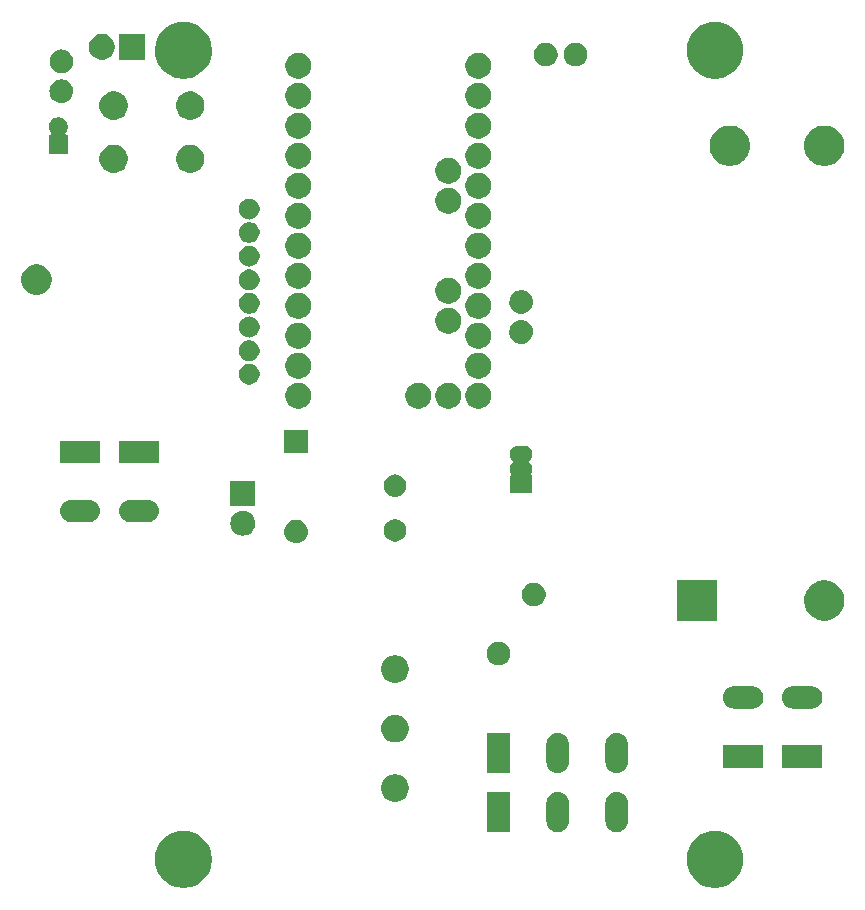
<source format=gbr>
G04 #@! TF.GenerationSoftware,KiCad,Pcbnew,(5.0.2)-1*
G04 #@! TF.CreationDate,2019-10-27T17:27:48+01:00*
G04 #@! TF.ProjectId,HM-LC-Sw1-FM,484d2d4c-432d-4537-9731-2d464d2e6b69,rev?*
G04 #@! TF.SameCoordinates,Original*
G04 #@! TF.FileFunction,Soldermask,Bot*
G04 #@! TF.FilePolarity,Negative*
%FSLAX46Y46*%
G04 Gerber Fmt 4.6, Leading zero omitted, Abs format (unit mm)*
G04 Created by KiCad (PCBNEW (5.0.2)-1) date 27.10.2019 17:27:48*
%MOMM*%
%LPD*%
G01*
G04 APERTURE LIST*
%ADD10C,0.100000*%
G04 APERTURE END LIST*
D10*
G36*
X161351904Y-147372979D02*
X161700054Y-147442230D01*
X162136826Y-147623147D01*
X162529911Y-147885798D01*
X162864202Y-148220089D01*
X163126853Y-148613174D01*
X163307770Y-149049946D01*
X163362041Y-149322787D01*
X163400000Y-149513619D01*
X163400000Y-149986381D01*
X163377279Y-150100604D01*
X163307770Y-150450054D01*
X163126853Y-150886826D01*
X162864202Y-151279911D01*
X162529911Y-151614202D01*
X162136826Y-151876853D01*
X161700054Y-152057770D01*
X161351904Y-152127021D01*
X161236381Y-152150000D01*
X160763619Y-152150000D01*
X160648096Y-152127021D01*
X160299946Y-152057770D01*
X159863174Y-151876853D01*
X159470089Y-151614202D01*
X159135798Y-151279911D01*
X158873147Y-150886826D01*
X158692230Y-150450054D01*
X158622721Y-150100604D01*
X158600000Y-149986381D01*
X158600000Y-149513619D01*
X158637959Y-149322787D01*
X158692230Y-149049946D01*
X158873147Y-148613174D01*
X159135798Y-148220089D01*
X159470089Y-147885798D01*
X159863174Y-147623147D01*
X160299946Y-147442230D01*
X160648096Y-147372979D01*
X160763619Y-147350000D01*
X161236381Y-147350000D01*
X161351904Y-147372979D01*
X161351904Y-147372979D01*
G37*
G36*
X116351904Y-147372979D02*
X116700054Y-147442230D01*
X117136826Y-147623147D01*
X117529911Y-147885798D01*
X117864202Y-148220089D01*
X118126853Y-148613174D01*
X118307770Y-149049946D01*
X118362041Y-149322787D01*
X118400000Y-149513619D01*
X118400000Y-149986381D01*
X118377279Y-150100604D01*
X118307770Y-150450054D01*
X118126853Y-150886826D01*
X117864202Y-151279911D01*
X117529911Y-151614202D01*
X117136826Y-151876853D01*
X116700054Y-152057770D01*
X116351904Y-152127021D01*
X116236381Y-152150000D01*
X115763619Y-152150000D01*
X115648096Y-152127021D01*
X115299946Y-152057770D01*
X114863174Y-151876853D01*
X114470089Y-151614202D01*
X114135798Y-151279911D01*
X113873147Y-150886826D01*
X113692230Y-150450054D01*
X113622721Y-150100604D01*
X113600000Y-149986381D01*
X113600000Y-149513619D01*
X113637959Y-149322787D01*
X113692230Y-149049946D01*
X113873147Y-148613174D01*
X114135798Y-148220089D01*
X114470089Y-147885798D01*
X114863174Y-147623147D01*
X115299946Y-147442230D01*
X115648096Y-147372979D01*
X115763619Y-147350000D01*
X116236381Y-147350000D01*
X116351904Y-147372979D01*
X116351904Y-147372979D01*
G37*
G36*
X152870231Y-144045746D02*
X152959769Y-144072907D01*
X153049308Y-144100068D01*
X153214347Y-144188283D01*
X153359001Y-144306999D01*
X153477717Y-144451653D01*
X153565932Y-144616691D01*
X153620254Y-144795769D01*
X153634000Y-144935334D01*
X153634000Y-146528666D01*
X153620254Y-146668231D01*
X153565932Y-146847309D01*
X153477717Y-147012347D01*
X153359001Y-147157001D01*
X153214347Y-147275717D01*
X153049309Y-147363932D01*
X152959770Y-147391093D01*
X152870232Y-147418254D01*
X152684000Y-147436596D01*
X152497769Y-147418254D01*
X152408231Y-147391093D01*
X152318692Y-147363932D01*
X152153654Y-147275717D01*
X152009000Y-147157001D01*
X151890284Y-147012347D01*
X151802068Y-146847306D01*
X151747746Y-146668234D01*
X151734000Y-146528666D01*
X151734000Y-144935335D01*
X151747746Y-144795770D01*
X151747747Y-144795768D01*
X151802068Y-144616693D01*
X151802068Y-144616692D01*
X151890283Y-144451653D01*
X152008999Y-144306999D01*
X152153653Y-144188283D01*
X152318691Y-144100068D01*
X152408230Y-144072907D01*
X152497768Y-144045746D01*
X152684000Y-144027404D01*
X152870231Y-144045746D01*
X152870231Y-144045746D01*
G37*
G36*
X147870231Y-144045746D02*
X147959769Y-144072907D01*
X148049308Y-144100068D01*
X148214347Y-144188283D01*
X148359001Y-144306999D01*
X148477717Y-144451653D01*
X148565932Y-144616691D01*
X148620254Y-144795769D01*
X148634000Y-144935334D01*
X148634000Y-146528666D01*
X148620254Y-146668231D01*
X148565932Y-146847309D01*
X148477717Y-147012347D01*
X148359001Y-147157001D01*
X148214347Y-147275717D01*
X148049309Y-147363932D01*
X147959770Y-147391093D01*
X147870232Y-147418254D01*
X147684000Y-147436596D01*
X147497769Y-147418254D01*
X147408231Y-147391093D01*
X147318692Y-147363932D01*
X147153654Y-147275717D01*
X147009000Y-147157001D01*
X146890284Y-147012347D01*
X146802068Y-146847306D01*
X146747746Y-146668234D01*
X146734000Y-146528666D01*
X146734000Y-144935335D01*
X146747746Y-144795770D01*
X146747747Y-144795768D01*
X146802068Y-144616693D01*
X146802068Y-144616692D01*
X146890283Y-144451653D01*
X147008999Y-144306999D01*
X147153653Y-144188283D01*
X147318691Y-144100068D01*
X147408230Y-144072907D01*
X147497768Y-144045746D01*
X147684000Y-144027404D01*
X147870231Y-144045746D01*
X147870231Y-144045746D01*
G37*
G36*
X143634000Y-147432000D02*
X141734000Y-147432000D01*
X141734000Y-144032000D01*
X143634000Y-144032000D01*
X143634000Y-147432000D01*
X143634000Y-147432000D01*
G37*
G36*
X134264732Y-142580154D02*
X134264734Y-142580155D01*
X134264735Y-142580155D01*
X134343725Y-142612874D01*
X134478572Y-142668729D01*
X134671022Y-142797320D01*
X134834680Y-142960978D01*
X134963271Y-143153428D01*
X135051846Y-143367268D01*
X135097000Y-143594271D01*
X135097000Y-143825729D01*
X135051846Y-144052732D01*
X134963271Y-144266572D01*
X134834680Y-144459022D01*
X134671022Y-144622680D01*
X134478572Y-144751271D01*
X134371146Y-144795768D01*
X134264735Y-144839845D01*
X134264734Y-144839845D01*
X134264732Y-144839846D01*
X134037729Y-144885000D01*
X133806271Y-144885000D01*
X133579268Y-144839846D01*
X133579266Y-144839845D01*
X133579265Y-144839845D01*
X133472854Y-144795768D01*
X133365428Y-144751271D01*
X133172978Y-144622680D01*
X133009320Y-144459022D01*
X132880729Y-144266572D01*
X132792154Y-144052732D01*
X132747000Y-143825729D01*
X132747000Y-143594271D01*
X132792154Y-143367268D01*
X132880729Y-143153428D01*
X133009320Y-142960978D01*
X133172978Y-142797320D01*
X133365428Y-142668729D01*
X133500275Y-142612874D01*
X133579265Y-142580155D01*
X133579266Y-142580155D01*
X133579268Y-142580154D01*
X133806271Y-142535000D01*
X134037729Y-142535000D01*
X134264732Y-142580154D01*
X134264732Y-142580154D01*
G37*
G36*
X152870231Y-139045746D02*
X152959769Y-139072907D01*
X153049308Y-139100068D01*
X153214347Y-139188283D01*
X153359001Y-139306999D01*
X153477717Y-139451653D01*
X153565932Y-139616691D01*
X153593093Y-139706230D01*
X153620254Y-139795768D01*
X153620656Y-139799846D01*
X153634000Y-139935334D01*
X153634000Y-141528666D01*
X153620254Y-141668231D01*
X153565932Y-141847309D01*
X153477717Y-142012347D01*
X153359001Y-142157001D01*
X153214347Y-142275717D01*
X153049309Y-142363932D01*
X152959770Y-142391093D01*
X152870232Y-142418254D01*
X152684000Y-142436596D01*
X152497769Y-142418254D01*
X152408231Y-142391093D01*
X152318692Y-142363932D01*
X152153654Y-142275717D01*
X152009000Y-142157001D01*
X151890284Y-142012347D01*
X151802068Y-141847306D01*
X151747746Y-141668234D01*
X151734000Y-141528666D01*
X151734000Y-139935335D01*
X151742897Y-139845000D01*
X151747746Y-139795769D01*
X151802068Y-139616693D01*
X151802068Y-139616692D01*
X151890283Y-139451653D01*
X152008999Y-139306999D01*
X152153653Y-139188283D01*
X152318691Y-139100068D01*
X152408230Y-139072907D01*
X152497768Y-139045746D01*
X152684000Y-139027404D01*
X152870231Y-139045746D01*
X152870231Y-139045746D01*
G37*
G36*
X147870231Y-139045746D02*
X147959769Y-139072907D01*
X148049308Y-139100068D01*
X148214347Y-139188283D01*
X148359001Y-139306999D01*
X148477717Y-139451653D01*
X148565932Y-139616691D01*
X148593093Y-139706230D01*
X148620254Y-139795768D01*
X148620656Y-139799846D01*
X148634000Y-139935334D01*
X148634000Y-141528666D01*
X148620254Y-141668231D01*
X148565932Y-141847309D01*
X148477717Y-142012347D01*
X148359001Y-142157001D01*
X148214347Y-142275717D01*
X148049309Y-142363932D01*
X147959770Y-142391093D01*
X147870232Y-142418254D01*
X147684000Y-142436596D01*
X147497769Y-142418254D01*
X147408231Y-142391093D01*
X147318692Y-142363932D01*
X147153654Y-142275717D01*
X147009000Y-142157001D01*
X146890284Y-142012347D01*
X146802068Y-141847306D01*
X146747746Y-141668234D01*
X146734000Y-141528666D01*
X146734000Y-139935335D01*
X146742897Y-139845000D01*
X146747746Y-139795769D01*
X146802068Y-139616693D01*
X146802068Y-139616692D01*
X146890283Y-139451653D01*
X147008999Y-139306999D01*
X147153653Y-139188283D01*
X147318691Y-139100068D01*
X147408230Y-139072907D01*
X147497768Y-139045746D01*
X147684000Y-139027404D01*
X147870231Y-139045746D01*
X147870231Y-139045746D01*
G37*
G36*
X143634000Y-142432000D02*
X141734000Y-142432000D01*
X141734000Y-139032000D01*
X143634000Y-139032000D01*
X143634000Y-142432000D01*
X143634000Y-142432000D01*
G37*
G36*
X165102000Y-141984000D02*
X161702000Y-141984000D01*
X161702000Y-140084000D01*
X165102000Y-140084000D01*
X165102000Y-141984000D01*
X165102000Y-141984000D01*
G37*
G36*
X170102000Y-141984000D02*
X166702000Y-141984000D01*
X166702000Y-140084000D01*
X170102000Y-140084000D01*
X170102000Y-141984000D01*
X170102000Y-141984000D01*
G37*
G36*
X134264732Y-137540154D02*
X134264734Y-137540155D01*
X134264735Y-137540155D01*
X134343725Y-137572874D01*
X134478572Y-137628729D01*
X134671022Y-137757320D01*
X134834680Y-137920978D01*
X134963271Y-138113428D01*
X135051846Y-138327268D01*
X135097000Y-138554271D01*
X135097000Y-138785729D01*
X135051846Y-139012732D01*
X134963271Y-139226572D01*
X134834680Y-139419022D01*
X134671022Y-139582680D01*
X134478572Y-139711271D01*
X134343725Y-139767126D01*
X134264735Y-139799845D01*
X134264734Y-139799845D01*
X134264732Y-139799846D01*
X134037729Y-139845000D01*
X133806271Y-139845000D01*
X133579268Y-139799846D01*
X133579266Y-139799845D01*
X133579265Y-139799845D01*
X133500275Y-139767126D01*
X133365428Y-139711271D01*
X133172978Y-139582680D01*
X133009320Y-139419022D01*
X132880729Y-139226572D01*
X132792154Y-139012732D01*
X132747000Y-138785729D01*
X132747000Y-138554271D01*
X132792154Y-138327268D01*
X132880729Y-138113428D01*
X133009320Y-137920978D01*
X133172978Y-137757320D01*
X133365428Y-137628729D01*
X133500275Y-137572874D01*
X133579265Y-137540155D01*
X133579266Y-137540155D01*
X133579268Y-137540154D01*
X133806271Y-137495000D01*
X134037729Y-137495000D01*
X134264732Y-137540154D01*
X134264732Y-137540154D01*
G37*
G36*
X164338232Y-135097746D02*
X164427770Y-135124907D01*
X164517309Y-135152068D01*
X164682347Y-135240283D01*
X164827001Y-135358999D01*
X164945717Y-135503653D01*
X165033932Y-135668691D01*
X165088254Y-135847769D01*
X165106596Y-136034000D01*
X165088254Y-136220231D01*
X165033932Y-136399309D01*
X164945717Y-136564347D01*
X164827001Y-136709001D01*
X164682347Y-136827717D01*
X164517309Y-136915932D01*
X164427770Y-136943093D01*
X164338232Y-136970254D01*
X164198666Y-136984000D01*
X162605334Y-136984000D01*
X162465768Y-136970254D01*
X162376230Y-136943093D01*
X162286691Y-136915932D01*
X162121653Y-136827717D01*
X161976999Y-136709001D01*
X161858283Y-136564347D01*
X161770068Y-136399309D01*
X161715746Y-136220231D01*
X161697404Y-136034000D01*
X161715746Y-135847769D01*
X161770068Y-135668691D01*
X161858283Y-135503653D01*
X161976999Y-135358999D01*
X162121653Y-135240283D01*
X162286691Y-135152068D01*
X162376230Y-135124907D01*
X162465768Y-135097746D01*
X162605334Y-135084000D01*
X164198666Y-135084000D01*
X164338232Y-135097746D01*
X164338232Y-135097746D01*
G37*
G36*
X169338232Y-135097746D02*
X169427770Y-135124907D01*
X169517309Y-135152068D01*
X169682347Y-135240283D01*
X169827001Y-135358999D01*
X169945717Y-135503653D01*
X170033932Y-135668691D01*
X170088254Y-135847769D01*
X170106596Y-136034000D01*
X170088254Y-136220231D01*
X170033932Y-136399309D01*
X169945717Y-136564347D01*
X169827001Y-136709001D01*
X169682347Y-136827717D01*
X169517309Y-136915932D01*
X169427770Y-136943093D01*
X169338232Y-136970254D01*
X169198666Y-136984000D01*
X167605334Y-136984000D01*
X167465768Y-136970254D01*
X167376230Y-136943093D01*
X167286691Y-136915932D01*
X167121653Y-136827717D01*
X166976999Y-136709001D01*
X166858283Y-136564347D01*
X166770068Y-136399309D01*
X166715746Y-136220231D01*
X166697404Y-136034000D01*
X166715746Y-135847769D01*
X166770068Y-135668691D01*
X166858283Y-135503653D01*
X166976999Y-135358999D01*
X167121653Y-135240283D01*
X167286691Y-135152068D01*
X167376230Y-135124907D01*
X167465768Y-135097746D01*
X167605334Y-135084000D01*
X169198666Y-135084000D01*
X169338232Y-135097746D01*
X169338232Y-135097746D01*
G37*
G36*
X134264732Y-132500154D02*
X134264734Y-132500155D01*
X134264735Y-132500155D01*
X134343725Y-132532874D01*
X134478572Y-132588729D01*
X134671022Y-132717320D01*
X134834680Y-132880978D01*
X134963271Y-133073428D01*
X135051846Y-133287268D01*
X135097000Y-133514271D01*
X135097000Y-133745729D01*
X135051846Y-133972732D01*
X134963271Y-134186572D01*
X134834680Y-134379022D01*
X134671022Y-134542680D01*
X134478572Y-134671271D01*
X134343725Y-134727126D01*
X134264735Y-134759845D01*
X134264734Y-134759845D01*
X134264732Y-134759846D01*
X134037729Y-134805000D01*
X133806271Y-134805000D01*
X133579268Y-134759846D01*
X133579266Y-134759845D01*
X133579265Y-134759845D01*
X133500275Y-134727126D01*
X133365428Y-134671271D01*
X133172978Y-134542680D01*
X133009320Y-134379022D01*
X132880729Y-134186572D01*
X132792154Y-133972732D01*
X132747000Y-133745729D01*
X132747000Y-133514271D01*
X132792154Y-133287268D01*
X132880729Y-133073428D01*
X133009320Y-132880978D01*
X133172978Y-132717320D01*
X133365428Y-132588729D01*
X133500275Y-132532874D01*
X133579265Y-132500155D01*
X133579266Y-132500155D01*
X133579268Y-132500154D01*
X133806271Y-132455000D01*
X134037729Y-132455000D01*
X134264732Y-132500154D01*
X134264732Y-132500154D01*
G37*
G36*
X142844770Y-131333372D02*
X142960689Y-131356429D01*
X143142678Y-131431811D01*
X143306463Y-131541249D01*
X143445751Y-131680537D01*
X143555189Y-131844322D01*
X143630571Y-132026311D01*
X143669000Y-132219509D01*
X143669000Y-132416491D01*
X143630571Y-132609689D01*
X143555189Y-132791678D01*
X143445751Y-132955463D01*
X143306463Y-133094751D01*
X143142678Y-133204189D01*
X142960689Y-133279571D01*
X142844770Y-133302628D01*
X142767493Y-133318000D01*
X142570507Y-133318000D01*
X142493230Y-133302628D01*
X142377311Y-133279571D01*
X142195322Y-133204189D01*
X142031537Y-133094751D01*
X141892249Y-132955463D01*
X141782811Y-132791678D01*
X141707429Y-132609689D01*
X141669000Y-132416491D01*
X141669000Y-132219509D01*
X141707429Y-132026311D01*
X141782811Y-131844322D01*
X141892249Y-131680537D01*
X142031537Y-131541249D01*
X142195322Y-131431811D01*
X142377311Y-131356429D01*
X142493230Y-131333372D01*
X142570507Y-131318000D01*
X142767493Y-131318000D01*
X142844770Y-131333372D01*
X142844770Y-131333372D01*
G37*
G36*
X161212000Y-129526000D02*
X157812000Y-129526000D01*
X157812000Y-126126000D01*
X161212000Y-126126000D01*
X161212000Y-129526000D01*
X161212000Y-129526000D01*
G37*
G36*
X170648393Y-126169553D02*
X170757872Y-126191330D01*
X171067252Y-126319479D01*
X171345687Y-126505523D01*
X171582477Y-126742313D01*
X171768521Y-127020748D01*
X171850849Y-127219507D01*
X171896670Y-127330129D01*
X171952278Y-127609686D01*
X171962000Y-127658565D01*
X171962000Y-127993435D01*
X171896670Y-128321872D01*
X171768521Y-128631252D01*
X171582477Y-128909687D01*
X171345687Y-129146477D01*
X171067252Y-129332521D01*
X170757872Y-129460670D01*
X170648393Y-129482447D01*
X170429437Y-129526000D01*
X170094563Y-129526000D01*
X169875607Y-129482447D01*
X169766128Y-129460670D01*
X169456748Y-129332521D01*
X169178313Y-129146477D01*
X168941523Y-128909687D01*
X168755479Y-128631252D01*
X168627330Y-128321872D01*
X168562000Y-127993435D01*
X168562000Y-127658565D01*
X168571723Y-127609686D01*
X168627330Y-127330129D01*
X168673151Y-127219507D01*
X168755479Y-127020748D01*
X168941523Y-126742313D01*
X169178313Y-126505523D01*
X169456748Y-126319479D01*
X169766128Y-126191330D01*
X169875607Y-126169553D01*
X170094563Y-126126000D01*
X170429437Y-126126000D01*
X170648393Y-126169553D01*
X170648393Y-126169553D01*
G37*
G36*
X145844770Y-126333372D02*
X145960689Y-126356429D01*
X146142678Y-126431811D01*
X146306463Y-126541249D01*
X146445751Y-126680537D01*
X146555189Y-126844322D01*
X146630571Y-127026311D01*
X146669000Y-127219509D01*
X146669000Y-127416491D01*
X146630571Y-127609689D01*
X146555189Y-127791678D01*
X146445751Y-127955463D01*
X146306463Y-128094751D01*
X146142678Y-128204189D01*
X145960689Y-128279571D01*
X145844770Y-128302628D01*
X145767493Y-128318000D01*
X145570507Y-128318000D01*
X145493230Y-128302628D01*
X145377311Y-128279571D01*
X145195322Y-128204189D01*
X145031537Y-128094751D01*
X144892249Y-127955463D01*
X144782811Y-127791678D01*
X144707429Y-127609689D01*
X144669000Y-127416491D01*
X144669000Y-127219509D01*
X144707429Y-127026311D01*
X144782811Y-126844322D01*
X144892249Y-126680537D01*
X145031537Y-126541249D01*
X145195322Y-126431811D01*
X145377311Y-126356429D01*
X145493230Y-126333372D01*
X145570507Y-126318000D01*
X145767493Y-126318000D01*
X145844770Y-126333372D01*
X145844770Y-126333372D01*
G37*
G36*
X125736030Y-120998469D02*
X125736033Y-120998470D01*
X125736034Y-120998470D01*
X125924535Y-121055651D01*
X125924537Y-121055652D01*
X126098260Y-121148509D01*
X126250528Y-121273472D01*
X126375491Y-121425740D01*
X126410286Y-121490836D01*
X126468349Y-121599465D01*
X126495437Y-121688762D01*
X126525531Y-121787970D01*
X126544838Y-121984000D01*
X126525531Y-122180030D01*
X126525530Y-122180033D01*
X126525530Y-122180034D01*
X126477007Y-122339994D01*
X126468348Y-122368537D01*
X126375491Y-122542260D01*
X126250528Y-122694528D01*
X126098260Y-122819491D01*
X126098258Y-122819492D01*
X125924535Y-122912349D01*
X125736034Y-122969530D01*
X125736033Y-122969530D01*
X125736030Y-122969531D01*
X125589124Y-122984000D01*
X125490876Y-122984000D01*
X125343970Y-122969531D01*
X125343967Y-122969530D01*
X125343966Y-122969530D01*
X125155465Y-122912349D01*
X124981742Y-122819492D01*
X124981740Y-122819491D01*
X124829472Y-122694528D01*
X124704509Y-122542260D01*
X124611652Y-122368537D01*
X124602994Y-122339994D01*
X124554470Y-122180034D01*
X124554470Y-122180033D01*
X124554469Y-122180030D01*
X124535162Y-121984000D01*
X124554469Y-121787970D01*
X124584563Y-121688762D01*
X124611651Y-121599465D01*
X124669714Y-121490836D01*
X124704509Y-121425740D01*
X124829472Y-121273472D01*
X124981740Y-121148509D01*
X125155463Y-121055652D01*
X125155465Y-121055651D01*
X125343966Y-120998470D01*
X125343967Y-120998470D01*
X125343970Y-120998469D01*
X125490876Y-120984000D01*
X125589124Y-120984000D01*
X125736030Y-120998469D01*
X125736030Y-120998469D01*
G37*
G36*
X134061451Y-120949127D02*
X134199105Y-120976508D01*
X134371994Y-121048121D01*
X134527590Y-121152087D01*
X134659913Y-121284410D01*
X134763879Y-121440006D01*
X134835492Y-121612895D01*
X134872000Y-121796433D01*
X134872000Y-121983567D01*
X134835492Y-122167105D01*
X134763879Y-122339994D01*
X134659913Y-122495590D01*
X134527590Y-122627913D01*
X134371994Y-122731879D01*
X134199105Y-122803492D01*
X134061452Y-122830873D01*
X134015568Y-122840000D01*
X133828432Y-122840000D01*
X133782548Y-122830873D01*
X133644895Y-122803492D01*
X133472006Y-122731879D01*
X133316410Y-122627913D01*
X133184087Y-122495590D01*
X133080121Y-122339994D01*
X133008508Y-122167105D01*
X132972000Y-121983567D01*
X132972000Y-121796433D01*
X133008508Y-121612895D01*
X133080121Y-121440006D01*
X133184087Y-121284410D01*
X133316410Y-121152087D01*
X133472006Y-121048121D01*
X133644895Y-120976508D01*
X133782549Y-120949127D01*
X133828432Y-120940000D01*
X134015568Y-120940000D01*
X134061451Y-120949127D01*
X134061451Y-120949127D01*
G37*
G36*
X121159707Y-120242596D02*
X121236836Y-120250193D01*
X121368787Y-120290220D01*
X121434763Y-120310233D01*
X121617172Y-120407733D01*
X121777054Y-120538946D01*
X121908267Y-120698828D01*
X122005767Y-120881237D01*
X122005767Y-120881238D01*
X122065807Y-121079164D01*
X122086080Y-121285000D01*
X122065807Y-121490836D01*
X122032855Y-121599463D01*
X122005767Y-121688763D01*
X121908267Y-121871172D01*
X121777054Y-122031054D01*
X121617172Y-122162267D01*
X121434763Y-122259767D01*
X121368787Y-122279780D01*
X121236836Y-122319807D01*
X121159707Y-122327403D01*
X121082580Y-122335000D01*
X120979420Y-122335000D01*
X120902293Y-122327403D01*
X120825164Y-122319807D01*
X120693213Y-122279780D01*
X120627237Y-122259767D01*
X120444828Y-122162267D01*
X120284946Y-122031054D01*
X120153733Y-121871172D01*
X120056233Y-121688763D01*
X120029145Y-121599463D01*
X119996193Y-121490836D01*
X119975920Y-121285000D01*
X119996193Y-121079164D01*
X120056233Y-120881238D01*
X120056233Y-120881237D01*
X120153733Y-120698828D01*
X120284946Y-120538946D01*
X120444828Y-120407733D01*
X120627237Y-120310233D01*
X120693213Y-120290220D01*
X120825164Y-120250193D01*
X120902293Y-120242596D01*
X120979420Y-120235000D01*
X121082580Y-120235000D01*
X121159707Y-120242596D01*
X121159707Y-120242596D01*
G37*
G36*
X108188232Y-119315746D02*
X108277770Y-119342907D01*
X108367309Y-119370068D01*
X108532347Y-119458283D01*
X108677001Y-119576999D01*
X108795717Y-119721653D01*
X108883932Y-119886691D01*
X108938254Y-120065769D01*
X108956596Y-120252000D01*
X108938254Y-120438231D01*
X108883932Y-120617309D01*
X108795717Y-120782347D01*
X108677001Y-120927001D01*
X108532347Y-121045717D01*
X108367309Y-121133932D01*
X108277770Y-121161093D01*
X108188232Y-121188254D01*
X108118448Y-121195127D01*
X108048666Y-121202000D01*
X106455334Y-121202000D01*
X106385552Y-121195127D01*
X106315768Y-121188254D01*
X106226230Y-121161093D01*
X106136691Y-121133932D01*
X105971653Y-121045717D01*
X105826999Y-120927001D01*
X105708283Y-120782347D01*
X105620068Y-120617309D01*
X105565746Y-120438231D01*
X105547404Y-120252000D01*
X105565746Y-120065769D01*
X105620068Y-119886691D01*
X105708283Y-119721653D01*
X105826999Y-119576999D01*
X105971653Y-119458283D01*
X106136691Y-119370068D01*
X106226230Y-119342907D01*
X106315768Y-119315746D01*
X106455334Y-119302000D01*
X108048666Y-119302000D01*
X108188232Y-119315746D01*
X108188232Y-119315746D01*
G37*
G36*
X113188232Y-119315746D02*
X113277770Y-119342907D01*
X113367309Y-119370068D01*
X113532347Y-119458283D01*
X113677001Y-119576999D01*
X113795717Y-119721653D01*
X113883932Y-119886691D01*
X113938254Y-120065769D01*
X113956596Y-120252000D01*
X113938254Y-120438231D01*
X113883932Y-120617309D01*
X113795717Y-120782347D01*
X113677001Y-120927001D01*
X113532347Y-121045717D01*
X113367309Y-121133932D01*
X113277770Y-121161093D01*
X113188232Y-121188254D01*
X113118448Y-121195127D01*
X113048666Y-121202000D01*
X111455334Y-121202000D01*
X111385552Y-121195127D01*
X111315768Y-121188254D01*
X111226230Y-121161093D01*
X111136691Y-121133932D01*
X110971653Y-121045717D01*
X110826999Y-120927001D01*
X110708283Y-120782347D01*
X110620068Y-120617309D01*
X110565746Y-120438231D01*
X110547404Y-120252000D01*
X110565746Y-120065769D01*
X110620068Y-119886691D01*
X110708283Y-119721653D01*
X110826999Y-119576999D01*
X110971653Y-119458283D01*
X111136691Y-119370068D01*
X111226230Y-119342907D01*
X111315768Y-119315746D01*
X111455334Y-119302000D01*
X113048666Y-119302000D01*
X113188232Y-119315746D01*
X113188232Y-119315746D01*
G37*
G36*
X122081000Y-119795000D02*
X119981000Y-119795000D01*
X119981000Y-117695000D01*
X122081000Y-117695000D01*
X122081000Y-119795000D01*
X122081000Y-119795000D01*
G37*
G36*
X134061452Y-117169127D02*
X134199105Y-117196508D01*
X134371994Y-117268121D01*
X134527590Y-117372087D01*
X134659913Y-117504410D01*
X134763879Y-117660006D01*
X134835492Y-117832895D01*
X134872000Y-118016433D01*
X134872000Y-118203567D01*
X134835492Y-118387105D01*
X134763879Y-118559994D01*
X134659913Y-118715590D01*
X134527590Y-118847913D01*
X134371994Y-118951879D01*
X134199105Y-119023492D01*
X134061451Y-119050873D01*
X134015568Y-119060000D01*
X133828432Y-119060000D01*
X133782549Y-119050873D01*
X133644895Y-119023492D01*
X133472006Y-118951879D01*
X133316410Y-118847913D01*
X133184087Y-118715590D01*
X133080121Y-118559994D01*
X133008508Y-118387105D01*
X132972000Y-118203567D01*
X132972000Y-118016433D01*
X133008508Y-117832895D01*
X133080121Y-117660006D01*
X133184087Y-117504410D01*
X133316410Y-117372087D01*
X133472006Y-117268121D01*
X133644895Y-117196508D01*
X133782548Y-117169127D01*
X133828432Y-117160000D01*
X134015568Y-117160000D01*
X134061452Y-117169127D01*
X134061452Y-117169127D01*
G37*
G36*
X144886113Y-114721497D02*
X144957125Y-114728491D01*
X145048234Y-114756128D01*
X145093789Y-114769947D01*
X145219738Y-114837269D01*
X145330132Y-114927868D01*
X145420731Y-115038262D01*
X145488053Y-115164211D01*
X145488053Y-115164212D01*
X145529509Y-115300875D01*
X145543507Y-115443000D01*
X145529509Y-115585125D01*
X145501872Y-115676234D01*
X145488053Y-115721789D01*
X145420731Y-115847738D01*
X145330132Y-115958132D01*
X145301812Y-115981374D01*
X145284485Y-115998701D01*
X145270871Y-116019075D01*
X145261493Y-116041714D01*
X145256713Y-116065748D01*
X145256713Y-116090252D01*
X145261493Y-116114286D01*
X145270871Y-116136925D01*
X145284485Y-116157299D01*
X145301812Y-116174626D01*
X145330132Y-116197868D01*
X145420731Y-116308262D01*
X145488053Y-116434211D01*
X145488053Y-116434212D01*
X145529509Y-116570875D01*
X145543507Y-116713000D01*
X145529509Y-116855125D01*
X145501872Y-116946234D01*
X145488053Y-116991789D01*
X145444069Y-117074075D01*
X145434692Y-117096713D01*
X145429911Y-117120747D01*
X145429911Y-117145251D01*
X145434691Y-117169285D01*
X145444068Y-117191924D01*
X145457682Y-117212298D01*
X145475009Y-117229626D01*
X145495384Y-117243240D01*
X145518022Y-117252617D01*
X145540000Y-117256989D01*
X145540000Y-118708000D01*
X143640000Y-118708000D01*
X143640000Y-117256591D01*
X143650077Y-117255598D01*
X143673526Y-117248485D01*
X143695137Y-117236934D01*
X143714079Y-117221388D01*
X143729625Y-117202446D01*
X143741176Y-117180835D01*
X143748289Y-117157386D01*
X143750691Y-117133000D01*
X143748289Y-117108614D01*
X143741176Y-117085165D01*
X143735931Y-117074075D01*
X143691947Y-116991789D01*
X143678128Y-116946234D01*
X143650491Y-116855125D01*
X143636493Y-116713000D01*
X143650491Y-116570875D01*
X143691947Y-116434212D01*
X143691947Y-116434211D01*
X143759269Y-116308262D01*
X143849868Y-116197868D01*
X143878188Y-116174626D01*
X143895515Y-116157299D01*
X143909129Y-116136925D01*
X143918507Y-116114286D01*
X143923287Y-116090252D01*
X143923287Y-116065748D01*
X143918507Y-116041714D01*
X143909129Y-116019075D01*
X143895515Y-115998701D01*
X143878188Y-115981374D01*
X143849868Y-115958132D01*
X143759269Y-115847738D01*
X143691947Y-115721789D01*
X143678128Y-115676234D01*
X143650491Y-115585125D01*
X143636493Y-115443000D01*
X143650491Y-115300875D01*
X143691947Y-115164212D01*
X143691947Y-115164211D01*
X143759269Y-115038262D01*
X143849868Y-114927868D01*
X143960262Y-114837269D01*
X144086211Y-114769947D01*
X144131766Y-114756128D01*
X144222875Y-114728491D01*
X144293887Y-114721497D01*
X144329392Y-114718000D01*
X144850608Y-114718000D01*
X144886113Y-114721497D01*
X144886113Y-114721497D01*
G37*
G36*
X113952000Y-116202000D02*
X110552000Y-116202000D01*
X110552000Y-114302000D01*
X113952000Y-114302000D01*
X113952000Y-116202000D01*
X113952000Y-116202000D01*
G37*
G36*
X108952000Y-116202000D02*
X105552000Y-116202000D01*
X105552000Y-114302000D01*
X108952000Y-114302000D01*
X108952000Y-116202000D01*
X108952000Y-116202000D01*
G37*
G36*
X126540000Y-115364000D02*
X124540000Y-115364000D01*
X124540000Y-113364000D01*
X126540000Y-113364000D01*
X126540000Y-115364000D01*
X126540000Y-115364000D01*
G37*
G36*
X141290857Y-109432272D02*
X141491042Y-109515191D01*
X141671213Y-109635578D01*
X141824422Y-109788787D01*
X141944809Y-109968958D01*
X142027728Y-110169143D01*
X142070000Y-110381658D01*
X142070000Y-110598342D01*
X142027728Y-110810857D01*
X141944809Y-111011042D01*
X141824422Y-111191213D01*
X141671213Y-111344422D01*
X141491042Y-111464809D01*
X141290857Y-111547728D01*
X141078342Y-111590000D01*
X140861658Y-111590000D01*
X140649143Y-111547728D01*
X140448958Y-111464809D01*
X140268787Y-111344422D01*
X140115578Y-111191213D01*
X139995191Y-111011042D01*
X139912272Y-110810857D01*
X139870000Y-110598342D01*
X139870000Y-110381658D01*
X139912272Y-110169143D01*
X139995191Y-109968958D01*
X140115578Y-109788787D01*
X140268787Y-109635578D01*
X140448958Y-109515191D01*
X140649143Y-109432272D01*
X140861658Y-109390000D01*
X141078342Y-109390000D01*
X141290857Y-109432272D01*
X141290857Y-109432272D01*
G37*
G36*
X138750857Y-109432272D02*
X138951042Y-109515191D01*
X139131213Y-109635578D01*
X139284422Y-109788787D01*
X139404809Y-109968958D01*
X139487728Y-110169143D01*
X139530000Y-110381658D01*
X139530000Y-110598342D01*
X139487728Y-110810857D01*
X139404809Y-111011042D01*
X139284422Y-111191213D01*
X139131213Y-111344422D01*
X138951042Y-111464809D01*
X138750857Y-111547728D01*
X138538342Y-111590000D01*
X138321658Y-111590000D01*
X138109143Y-111547728D01*
X137908958Y-111464809D01*
X137728787Y-111344422D01*
X137575578Y-111191213D01*
X137455191Y-111011042D01*
X137372272Y-110810857D01*
X137330000Y-110598342D01*
X137330000Y-110381658D01*
X137372272Y-110169143D01*
X137455191Y-109968958D01*
X137575578Y-109788787D01*
X137728787Y-109635578D01*
X137908958Y-109515191D01*
X138109143Y-109432272D01*
X138321658Y-109390000D01*
X138538342Y-109390000D01*
X138750857Y-109432272D01*
X138750857Y-109432272D01*
G37*
G36*
X126050857Y-109432272D02*
X126251042Y-109515191D01*
X126431213Y-109635578D01*
X126584422Y-109788787D01*
X126704809Y-109968958D01*
X126787728Y-110169143D01*
X126830000Y-110381658D01*
X126830000Y-110598342D01*
X126787728Y-110810857D01*
X126704809Y-111011042D01*
X126584422Y-111191213D01*
X126431213Y-111344422D01*
X126251042Y-111464809D01*
X126050857Y-111547728D01*
X125838342Y-111590000D01*
X125621658Y-111590000D01*
X125409143Y-111547728D01*
X125208958Y-111464809D01*
X125028787Y-111344422D01*
X124875578Y-111191213D01*
X124755191Y-111011042D01*
X124672272Y-110810857D01*
X124630000Y-110598342D01*
X124630000Y-110381658D01*
X124672272Y-110169143D01*
X124755191Y-109968958D01*
X124875578Y-109788787D01*
X125028787Y-109635578D01*
X125208958Y-109515191D01*
X125409143Y-109432272D01*
X125621658Y-109390000D01*
X125838342Y-109390000D01*
X126050857Y-109432272D01*
X126050857Y-109432272D01*
G37*
G36*
X136210857Y-109432272D02*
X136411042Y-109515191D01*
X136591213Y-109635578D01*
X136744422Y-109788787D01*
X136864809Y-109968958D01*
X136947728Y-110169143D01*
X136990000Y-110381658D01*
X136990000Y-110598342D01*
X136947728Y-110810857D01*
X136864809Y-111011042D01*
X136744422Y-111191213D01*
X136591213Y-111344422D01*
X136411042Y-111464809D01*
X136210857Y-111547728D01*
X135998342Y-111590000D01*
X135781658Y-111590000D01*
X135569143Y-111547728D01*
X135368958Y-111464809D01*
X135188787Y-111344422D01*
X135035578Y-111191213D01*
X134915191Y-111011042D01*
X134832272Y-110810857D01*
X134790000Y-110598342D01*
X134790000Y-110381658D01*
X134832272Y-110169143D01*
X134915191Y-109968958D01*
X135035578Y-109788787D01*
X135188787Y-109635578D01*
X135368958Y-109515191D01*
X135569143Y-109432272D01*
X135781658Y-109390000D01*
X135998342Y-109390000D01*
X136210857Y-109432272D01*
X136210857Y-109432272D01*
G37*
G36*
X121589102Y-107760388D02*
X121608044Y-107775934D01*
X121629655Y-107787485D01*
X121653105Y-107794598D01*
X121834228Y-107830625D01*
X121993467Y-107896584D01*
X122136783Y-107992345D01*
X122258655Y-108114217D01*
X122354416Y-108257533D01*
X122420375Y-108416772D01*
X122454000Y-108585819D01*
X122454000Y-108758181D01*
X122420375Y-108927228D01*
X122354416Y-109086467D01*
X122258655Y-109229783D01*
X122136783Y-109351655D01*
X121993467Y-109447416D01*
X121834228Y-109513375D01*
X121665181Y-109547000D01*
X121492819Y-109547000D01*
X121323772Y-109513375D01*
X121164533Y-109447416D01*
X121021217Y-109351655D01*
X120899345Y-109229783D01*
X120803584Y-109086467D01*
X120737625Y-108927228D01*
X120704000Y-108758181D01*
X120704000Y-108585819D01*
X120737625Y-108416772D01*
X120803584Y-108257533D01*
X120899345Y-108114217D01*
X121021217Y-107992345D01*
X121164533Y-107896584D01*
X121323772Y-107830625D01*
X121504895Y-107794598D01*
X121528344Y-107787485D01*
X121549955Y-107775934D01*
X121568897Y-107760389D01*
X121579000Y-107748079D01*
X121589102Y-107760388D01*
X121589102Y-107760388D01*
G37*
G36*
X126050857Y-106892272D02*
X126251042Y-106975191D01*
X126251045Y-106975193D01*
X126417578Y-107086467D01*
X126431213Y-107095578D01*
X126584422Y-107248787D01*
X126704809Y-107428958D01*
X126787728Y-107629143D01*
X126830000Y-107841658D01*
X126830000Y-108058342D01*
X126787728Y-108270857D01*
X126704809Y-108471042D01*
X126704807Y-108471045D01*
X126628117Y-108585820D01*
X126584422Y-108651213D01*
X126431213Y-108804422D01*
X126251042Y-108924809D01*
X126050857Y-109007728D01*
X125838342Y-109050000D01*
X125621658Y-109050000D01*
X125409143Y-109007728D01*
X125208958Y-108924809D01*
X125028787Y-108804422D01*
X124875578Y-108651213D01*
X124831884Y-108585820D01*
X124755193Y-108471045D01*
X124755191Y-108471042D01*
X124672272Y-108270857D01*
X124630000Y-108058342D01*
X124630000Y-107841658D01*
X124672272Y-107629143D01*
X124755191Y-107428958D01*
X124875578Y-107248787D01*
X125028787Y-107095578D01*
X125042423Y-107086467D01*
X125208955Y-106975193D01*
X125208958Y-106975191D01*
X125409143Y-106892272D01*
X125621658Y-106850000D01*
X125838342Y-106850000D01*
X126050857Y-106892272D01*
X126050857Y-106892272D01*
G37*
G36*
X141290857Y-106892272D02*
X141491042Y-106975191D01*
X141491045Y-106975193D01*
X141657578Y-107086467D01*
X141671213Y-107095578D01*
X141824422Y-107248787D01*
X141944809Y-107428958D01*
X142027728Y-107629143D01*
X142070000Y-107841658D01*
X142070000Y-108058342D01*
X142027728Y-108270857D01*
X141944809Y-108471042D01*
X141944807Y-108471045D01*
X141868117Y-108585820D01*
X141824422Y-108651213D01*
X141671213Y-108804422D01*
X141491042Y-108924809D01*
X141290857Y-109007728D01*
X141078342Y-109050000D01*
X140861658Y-109050000D01*
X140649143Y-109007728D01*
X140448958Y-108924809D01*
X140268787Y-108804422D01*
X140115578Y-108651213D01*
X140071884Y-108585820D01*
X139995193Y-108471045D01*
X139995191Y-108471042D01*
X139912272Y-108270857D01*
X139870000Y-108058342D01*
X139870000Y-107841658D01*
X139912272Y-107629143D01*
X139995191Y-107428958D01*
X140115578Y-107248787D01*
X140268787Y-107095578D01*
X140282423Y-107086467D01*
X140448955Y-106975193D01*
X140448958Y-106975191D01*
X140649143Y-106892272D01*
X140861658Y-106850000D01*
X141078342Y-106850000D01*
X141290857Y-106892272D01*
X141290857Y-106892272D01*
G37*
G36*
X121589102Y-105760388D02*
X121608044Y-105775934D01*
X121629655Y-105787485D01*
X121653105Y-105794598D01*
X121834228Y-105830625D01*
X121993467Y-105896584D01*
X122136783Y-105992345D01*
X122258655Y-106114217D01*
X122354416Y-106257533D01*
X122420375Y-106416772D01*
X122454000Y-106585819D01*
X122454000Y-106758181D01*
X122420375Y-106927228D01*
X122354416Y-107086467D01*
X122258655Y-107229783D01*
X122136783Y-107351655D01*
X121993467Y-107447416D01*
X121834228Y-107513375D01*
X121653105Y-107549402D01*
X121629656Y-107556515D01*
X121608045Y-107568066D01*
X121589103Y-107583611D01*
X121579000Y-107595921D01*
X121568898Y-107583612D01*
X121549956Y-107568066D01*
X121528345Y-107556515D01*
X121504895Y-107549402D01*
X121323772Y-107513375D01*
X121164533Y-107447416D01*
X121021217Y-107351655D01*
X120899345Y-107229783D01*
X120803584Y-107086467D01*
X120737625Y-106927228D01*
X120704000Y-106758181D01*
X120704000Y-106585819D01*
X120737625Y-106416772D01*
X120803584Y-106257533D01*
X120899345Y-106114217D01*
X121021217Y-105992345D01*
X121164533Y-105896584D01*
X121323772Y-105830625D01*
X121504895Y-105794598D01*
X121528344Y-105787485D01*
X121549955Y-105775934D01*
X121568897Y-105760389D01*
X121579000Y-105748079D01*
X121589102Y-105760388D01*
X121589102Y-105760388D01*
G37*
G36*
X126050857Y-104352272D02*
X126251042Y-104435191D01*
X126251045Y-104435193D01*
X126398534Y-104533742D01*
X126431213Y-104555578D01*
X126584422Y-104708787D01*
X126704809Y-104888958D01*
X126787728Y-105089143D01*
X126830000Y-105301658D01*
X126830000Y-105518342D01*
X126787728Y-105730857D01*
X126704809Y-105931042D01*
X126704807Y-105931045D01*
X126606929Y-106077530D01*
X126584422Y-106111213D01*
X126431213Y-106264422D01*
X126251042Y-106384809D01*
X126050857Y-106467728D01*
X125838342Y-106510000D01*
X125621658Y-106510000D01*
X125409143Y-106467728D01*
X125208958Y-106384809D01*
X125028787Y-106264422D01*
X124875578Y-106111213D01*
X124853072Y-106077530D01*
X124755193Y-105931045D01*
X124755191Y-105931042D01*
X124672272Y-105730857D01*
X124630000Y-105518342D01*
X124630000Y-105301658D01*
X124672272Y-105089143D01*
X124755191Y-104888958D01*
X124875578Y-104708787D01*
X125028787Y-104555578D01*
X125061467Y-104533742D01*
X125208955Y-104435193D01*
X125208958Y-104435191D01*
X125409143Y-104352272D01*
X125621658Y-104310000D01*
X125838342Y-104310000D01*
X126050857Y-104352272D01*
X126050857Y-104352272D01*
G37*
G36*
X141290857Y-104352272D02*
X141491042Y-104435191D01*
X141491045Y-104435193D01*
X141638534Y-104533742D01*
X141671213Y-104555578D01*
X141824422Y-104708787D01*
X141944809Y-104888958D01*
X142027728Y-105089143D01*
X142070000Y-105301658D01*
X142070000Y-105518342D01*
X142027728Y-105730857D01*
X141944809Y-105931042D01*
X141944807Y-105931045D01*
X141846929Y-106077530D01*
X141824422Y-106111213D01*
X141671213Y-106264422D01*
X141491042Y-106384809D01*
X141290857Y-106467728D01*
X141078342Y-106510000D01*
X140861658Y-106510000D01*
X140649143Y-106467728D01*
X140448958Y-106384809D01*
X140268787Y-106264422D01*
X140115578Y-106111213D01*
X140093072Y-106077530D01*
X139995193Y-105931045D01*
X139995191Y-105931042D01*
X139912272Y-105730857D01*
X139870000Y-105518342D01*
X139870000Y-105301658D01*
X139912272Y-105089143D01*
X139995191Y-104888958D01*
X140115578Y-104708787D01*
X140268787Y-104555578D01*
X140301467Y-104533742D01*
X140448955Y-104435193D01*
X140448958Y-104435191D01*
X140649143Y-104352272D01*
X140861658Y-104310000D01*
X141078342Y-104310000D01*
X141290857Y-104352272D01*
X141290857Y-104352272D01*
G37*
G36*
X144786030Y-104106469D02*
X144786033Y-104106470D01*
X144786034Y-104106470D01*
X144974535Y-104163651D01*
X144974537Y-104163652D01*
X145148260Y-104256509D01*
X145300528Y-104381472D01*
X145425491Y-104533740D01*
X145425492Y-104533742D01*
X145518349Y-104707465D01*
X145558921Y-104841213D01*
X145575531Y-104895970D01*
X145594838Y-105092000D01*
X145575531Y-105288030D01*
X145518348Y-105476537D01*
X145425491Y-105650260D01*
X145300528Y-105802528D01*
X145148260Y-105927491D01*
X145026927Y-105992345D01*
X144974535Y-106020349D01*
X144786034Y-106077530D01*
X144786033Y-106077530D01*
X144786030Y-106077531D01*
X144639124Y-106092000D01*
X144540876Y-106092000D01*
X144393970Y-106077531D01*
X144393967Y-106077530D01*
X144393966Y-106077530D01*
X144205465Y-106020349D01*
X144153073Y-105992345D01*
X144031740Y-105927491D01*
X143879472Y-105802528D01*
X143754509Y-105650260D01*
X143661652Y-105476537D01*
X143604469Y-105288030D01*
X143585162Y-105092000D01*
X143604469Y-104895970D01*
X143621079Y-104841213D01*
X143661651Y-104707465D01*
X143754508Y-104533742D01*
X143754509Y-104533740D01*
X143879472Y-104381472D01*
X144031740Y-104256509D01*
X144205463Y-104163652D01*
X144205465Y-104163651D01*
X144393966Y-104106470D01*
X144393967Y-104106470D01*
X144393970Y-104106469D01*
X144540876Y-104092000D01*
X144639124Y-104092000D01*
X144786030Y-104106469D01*
X144786030Y-104106469D01*
G37*
G36*
X121589102Y-103760388D02*
X121608044Y-103775934D01*
X121629655Y-103787485D01*
X121653105Y-103794598D01*
X121834228Y-103830625D01*
X121993467Y-103896584D01*
X122136783Y-103992345D01*
X122258655Y-104114217D01*
X122354416Y-104257533D01*
X122420375Y-104416772D01*
X122454000Y-104585819D01*
X122454000Y-104758181D01*
X122420375Y-104927228D01*
X122354416Y-105086467D01*
X122258655Y-105229783D01*
X122136783Y-105351655D01*
X121993467Y-105447416D01*
X121834228Y-105513375D01*
X121653105Y-105549402D01*
X121629656Y-105556515D01*
X121608045Y-105568066D01*
X121589103Y-105583611D01*
X121579000Y-105595921D01*
X121568898Y-105583612D01*
X121549956Y-105568066D01*
X121528345Y-105556515D01*
X121504895Y-105549402D01*
X121323772Y-105513375D01*
X121164533Y-105447416D01*
X121021217Y-105351655D01*
X120899345Y-105229783D01*
X120803584Y-105086467D01*
X120737625Y-104927228D01*
X120704000Y-104758181D01*
X120704000Y-104585819D01*
X120737625Y-104416772D01*
X120803584Y-104257533D01*
X120899345Y-104114217D01*
X121021217Y-103992345D01*
X121164533Y-103896584D01*
X121323772Y-103830625D01*
X121504895Y-103794598D01*
X121528344Y-103787485D01*
X121549955Y-103775934D01*
X121568897Y-103760389D01*
X121579000Y-103748079D01*
X121589102Y-103760388D01*
X121589102Y-103760388D01*
G37*
G36*
X138750857Y-103082272D02*
X138951042Y-103165191D01*
X138951045Y-103165193D01*
X139047711Y-103229783D01*
X139131213Y-103285578D01*
X139284422Y-103438787D01*
X139284424Y-103438790D01*
X139284425Y-103438791D01*
X139389416Y-103595921D01*
X139404809Y-103618958D01*
X139487728Y-103819143D01*
X139530000Y-104031658D01*
X139530000Y-104248342D01*
X139487728Y-104460857D01*
X139404809Y-104661042D01*
X139404807Y-104661045D01*
X139339903Y-104758181D01*
X139284422Y-104841213D01*
X139131213Y-104994422D01*
X138951042Y-105114809D01*
X138750857Y-105197728D01*
X138538342Y-105240000D01*
X138321658Y-105240000D01*
X138109143Y-105197728D01*
X137908958Y-105114809D01*
X137728787Y-104994422D01*
X137575578Y-104841213D01*
X137520098Y-104758181D01*
X137455193Y-104661045D01*
X137455191Y-104661042D01*
X137372272Y-104460857D01*
X137330000Y-104248342D01*
X137330000Y-104031658D01*
X137372272Y-103819143D01*
X137455191Y-103618958D01*
X137470584Y-103595921D01*
X137575575Y-103438791D01*
X137575576Y-103438790D01*
X137575578Y-103438787D01*
X137728787Y-103285578D01*
X137812290Y-103229783D01*
X137908955Y-103165193D01*
X137908958Y-103165191D01*
X138109143Y-103082272D01*
X138321658Y-103040000D01*
X138538342Y-103040000D01*
X138750857Y-103082272D01*
X138750857Y-103082272D01*
G37*
G36*
X126050857Y-101812272D02*
X126251042Y-101895191D01*
X126431213Y-102015578D01*
X126584422Y-102168787D01*
X126584424Y-102168790D01*
X126584425Y-102168791D01*
X126645577Y-102260311D01*
X126704809Y-102348958D01*
X126787728Y-102549143D01*
X126830000Y-102761658D01*
X126830000Y-102978342D01*
X126787728Y-103190857D01*
X126704809Y-103391042D01*
X126704807Y-103391045D01*
X126622938Y-103513571D01*
X126584422Y-103571213D01*
X126431213Y-103724422D01*
X126431210Y-103724424D01*
X126431209Y-103724425D01*
X126336833Y-103787485D01*
X126251042Y-103844809D01*
X126050857Y-103927728D01*
X125838342Y-103970000D01*
X125621658Y-103970000D01*
X125409143Y-103927728D01*
X125208958Y-103844809D01*
X125123167Y-103787485D01*
X125028791Y-103724425D01*
X125028790Y-103724424D01*
X125028787Y-103724422D01*
X124875578Y-103571213D01*
X124837063Y-103513571D01*
X124755193Y-103391045D01*
X124755191Y-103391042D01*
X124672272Y-103190857D01*
X124630000Y-102978342D01*
X124630000Y-102761658D01*
X124672272Y-102549143D01*
X124755191Y-102348958D01*
X124814423Y-102260311D01*
X124875575Y-102168791D01*
X124875576Y-102168790D01*
X124875578Y-102168787D01*
X125028787Y-102015578D01*
X125208958Y-101895191D01*
X125409143Y-101812272D01*
X125621658Y-101770000D01*
X125838342Y-101770000D01*
X126050857Y-101812272D01*
X126050857Y-101812272D01*
G37*
G36*
X141290857Y-101812272D02*
X141491042Y-101895191D01*
X141671213Y-102015578D01*
X141824422Y-102168787D01*
X141824424Y-102168790D01*
X141824425Y-102168791D01*
X141885577Y-102260311D01*
X141944809Y-102348958D01*
X142027728Y-102549143D01*
X142070000Y-102761658D01*
X142070000Y-102978342D01*
X142027728Y-103190857D01*
X141944809Y-103391042D01*
X141944807Y-103391045D01*
X141862938Y-103513571D01*
X141824422Y-103571213D01*
X141671213Y-103724422D01*
X141671210Y-103724424D01*
X141671209Y-103724425D01*
X141576833Y-103787485D01*
X141491042Y-103844809D01*
X141290857Y-103927728D01*
X141078342Y-103970000D01*
X140861658Y-103970000D01*
X140649143Y-103927728D01*
X140448958Y-103844809D01*
X140363167Y-103787485D01*
X140268791Y-103724425D01*
X140268790Y-103724424D01*
X140268787Y-103724422D01*
X140115578Y-103571213D01*
X140077063Y-103513571D01*
X139995193Y-103391045D01*
X139995191Y-103391042D01*
X139912272Y-103190857D01*
X139870000Y-102978342D01*
X139870000Y-102761658D01*
X139912272Y-102549143D01*
X139995191Y-102348958D01*
X140054423Y-102260311D01*
X140115575Y-102168791D01*
X140115576Y-102168790D01*
X140115578Y-102168787D01*
X140268787Y-102015578D01*
X140448958Y-101895191D01*
X140649143Y-101812272D01*
X140861658Y-101770000D01*
X141078342Y-101770000D01*
X141290857Y-101812272D01*
X141290857Y-101812272D01*
G37*
G36*
X121589102Y-101760388D02*
X121608044Y-101775934D01*
X121629655Y-101787485D01*
X121653105Y-101794598D01*
X121834228Y-101830625D01*
X121993467Y-101896584D01*
X122136783Y-101992345D01*
X122258655Y-102114217D01*
X122354416Y-102257533D01*
X122420375Y-102416772D01*
X122454000Y-102585819D01*
X122454000Y-102758181D01*
X122420375Y-102927228D01*
X122354416Y-103086467D01*
X122258655Y-103229783D01*
X122136783Y-103351655D01*
X121993467Y-103447416D01*
X121834228Y-103513375D01*
X121653105Y-103549402D01*
X121629656Y-103556515D01*
X121608045Y-103568066D01*
X121589103Y-103583611D01*
X121579000Y-103595921D01*
X121568898Y-103583612D01*
X121549956Y-103568066D01*
X121528345Y-103556515D01*
X121504895Y-103549402D01*
X121323772Y-103513375D01*
X121164533Y-103447416D01*
X121021217Y-103351655D01*
X120899345Y-103229783D01*
X120803584Y-103086467D01*
X120737625Y-102927228D01*
X120704000Y-102758181D01*
X120704000Y-102585819D01*
X120737625Y-102416772D01*
X120803584Y-102257533D01*
X120899345Y-102114217D01*
X121021217Y-101992345D01*
X121164533Y-101896584D01*
X121323772Y-101830625D01*
X121504895Y-101794598D01*
X121528344Y-101787485D01*
X121549955Y-101775934D01*
X121568897Y-101760389D01*
X121579000Y-101748079D01*
X121589102Y-101760388D01*
X121589102Y-101760388D01*
G37*
G36*
X144765770Y-101567372D02*
X144881689Y-101590429D01*
X145063678Y-101665811D01*
X145227463Y-101775249D01*
X145366751Y-101914537D01*
X145476189Y-102078322D01*
X145551571Y-102260311D01*
X145569203Y-102348955D01*
X145590000Y-102453507D01*
X145590000Y-102650493D01*
X145580152Y-102700000D01*
X145551571Y-102843689D01*
X145476189Y-103025678D01*
X145366751Y-103189463D01*
X145227463Y-103328751D01*
X145063678Y-103438189D01*
X144881689Y-103513571D01*
X144765770Y-103536628D01*
X144688493Y-103552000D01*
X144491507Y-103552000D01*
X144414230Y-103536628D01*
X144298311Y-103513571D01*
X144116322Y-103438189D01*
X143952537Y-103328751D01*
X143813249Y-103189463D01*
X143703811Y-103025678D01*
X143628429Y-102843689D01*
X143599848Y-102700000D01*
X143590000Y-102650493D01*
X143590000Y-102453507D01*
X143610797Y-102348955D01*
X143628429Y-102260311D01*
X143703811Y-102078322D01*
X143813249Y-101914537D01*
X143952537Y-101775249D01*
X144116322Y-101665811D01*
X144298311Y-101590429D01*
X144414230Y-101567372D01*
X144491507Y-101552000D01*
X144688493Y-101552000D01*
X144765770Y-101567372D01*
X144765770Y-101567372D01*
G37*
G36*
X138750857Y-100542272D02*
X138951042Y-100625191D01*
X139131213Y-100745578D01*
X139284422Y-100898787D01*
X139404809Y-101078958D01*
X139487728Y-101279143D01*
X139530000Y-101491658D01*
X139530000Y-101708342D01*
X139487728Y-101920857D01*
X139404809Y-102121042D01*
X139284422Y-102301213D01*
X139131213Y-102454422D01*
X138951042Y-102574809D01*
X138750857Y-102657728D01*
X138538342Y-102700000D01*
X138321658Y-102700000D01*
X138109143Y-102657728D01*
X137908958Y-102574809D01*
X137728787Y-102454422D01*
X137575578Y-102301213D01*
X137455191Y-102121042D01*
X137372272Y-101920857D01*
X137330000Y-101708342D01*
X137330000Y-101491658D01*
X137372272Y-101279143D01*
X137455191Y-101078958D01*
X137575578Y-100898787D01*
X137728787Y-100745578D01*
X137908958Y-100625191D01*
X138109143Y-100542272D01*
X138321658Y-100500000D01*
X138538342Y-100500000D01*
X138750857Y-100542272D01*
X138750857Y-100542272D01*
G37*
G36*
X103947196Y-99397958D02*
X104183780Y-99495954D01*
X104396705Y-99638226D01*
X104577774Y-99819295D01*
X104720046Y-100032220D01*
X104818042Y-100268804D01*
X104868000Y-100519960D01*
X104868000Y-100776040D01*
X104818042Y-101027196D01*
X104720046Y-101263780D01*
X104577774Y-101476705D01*
X104396705Y-101657774D01*
X104183780Y-101800046D01*
X103947196Y-101898042D01*
X103696040Y-101948000D01*
X103439960Y-101948000D01*
X103188804Y-101898042D01*
X102952220Y-101800046D01*
X102739295Y-101657774D01*
X102558226Y-101476705D01*
X102415954Y-101263780D01*
X102317958Y-101027196D01*
X102268000Y-100776040D01*
X102268000Y-100519960D01*
X102317958Y-100268804D01*
X102415954Y-100032220D01*
X102558226Y-99819295D01*
X102739295Y-99638226D01*
X102952220Y-99495954D01*
X103188804Y-99397958D01*
X103439960Y-99348000D01*
X103696040Y-99348000D01*
X103947196Y-99397958D01*
X103947196Y-99397958D01*
G37*
G36*
X121589102Y-99760388D02*
X121608044Y-99775934D01*
X121629655Y-99787485D01*
X121653105Y-99794598D01*
X121834228Y-99830625D01*
X121993467Y-99896584D01*
X122136783Y-99992345D01*
X122258655Y-100114217D01*
X122354416Y-100257533D01*
X122420375Y-100416772D01*
X122454000Y-100585819D01*
X122454000Y-100758181D01*
X122420375Y-100927228D01*
X122354416Y-101086467D01*
X122258655Y-101229783D01*
X122136783Y-101351655D01*
X121993467Y-101447416D01*
X121834228Y-101513375D01*
X121653105Y-101549402D01*
X121629656Y-101556515D01*
X121608045Y-101568066D01*
X121589103Y-101583611D01*
X121579000Y-101595921D01*
X121568898Y-101583612D01*
X121549956Y-101568066D01*
X121528345Y-101556515D01*
X121504895Y-101549402D01*
X121323772Y-101513375D01*
X121164533Y-101447416D01*
X121021217Y-101351655D01*
X120899345Y-101229783D01*
X120803584Y-101086467D01*
X120737625Y-100927228D01*
X120704000Y-100758181D01*
X120704000Y-100585819D01*
X120737625Y-100416772D01*
X120803584Y-100257533D01*
X120899345Y-100114217D01*
X121021217Y-99992345D01*
X121164533Y-99896584D01*
X121323772Y-99830625D01*
X121504895Y-99794598D01*
X121528344Y-99787485D01*
X121549955Y-99775934D01*
X121568897Y-99760389D01*
X121579000Y-99748079D01*
X121589102Y-99760388D01*
X121589102Y-99760388D01*
G37*
G36*
X141290857Y-99272272D02*
X141491042Y-99355191D01*
X141491045Y-99355193D01*
X141629065Y-99447415D01*
X141671213Y-99475578D01*
X141824422Y-99628787D01*
X141944809Y-99808958D01*
X142027728Y-100009143D01*
X142070000Y-100221658D01*
X142070000Y-100438342D01*
X142027728Y-100650857D01*
X141944809Y-100851042D01*
X141824422Y-101031213D01*
X141671213Y-101184422D01*
X141671210Y-101184424D01*
X141671209Y-101184425D01*
X141529455Y-101279142D01*
X141491042Y-101304809D01*
X141290857Y-101387728D01*
X141078342Y-101430000D01*
X140861658Y-101430000D01*
X140649143Y-101387728D01*
X140448958Y-101304809D01*
X140410545Y-101279142D01*
X140268791Y-101184425D01*
X140268790Y-101184424D01*
X140268787Y-101184422D01*
X140115578Y-101031213D01*
X139995191Y-100851042D01*
X139912272Y-100650857D01*
X139870000Y-100438342D01*
X139870000Y-100221658D01*
X139912272Y-100009143D01*
X139995191Y-99808958D01*
X140115578Y-99628787D01*
X140268787Y-99475578D01*
X140310936Y-99447415D01*
X140448955Y-99355193D01*
X140448958Y-99355191D01*
X140649143Y-99272272D01*
X140861658Y-99230000D01*
X141078342Y-99230000D01*
X141290857Y-99272272D01*
X141290857Y-99272272D01*
G37*
G36*
X126050857Y-99272272D02*
X126251042Y-99355191D01*
X126251045Y-99355193D01*
X126389065Y-99447415D01*
X126431213Y-99475578D01*
X126584422Y-99628787D01*
X126704809Y-99808958D01*
X126787728Y-100009143D01*
X126830000Y-100221658D01*
X126830000Y-100438342D01*
X126787728Y-100650857D01*
X126704809Y-100851042D01*
X126584422Y-101031213D01*
X126431213Y-101184422D01*
X126431210Y-101184424D01*
X126431209Y-101184425D01*
X126289455Y-101279142D01*
X126251042Y-101304809D01*
X126050857Y-101387728D01*
X125838342Y-101430000D01*
X125621658Y-101430000D01*
X125409143Y-101387728D01*
X125208958Y-101304809D01*
X125170545Y-101279142D01*
X125028791Y-101184425D01*
X125028790Y-101184424D01*
X125028787Y-101184422D01*
X124875578Y-101031213D01*
X124755191Y-100851042D01*
X124672272Y-100650857D01*
X124630000Y-100438342D01*
X124630000Y-100221658D01*
X124672272Y-100009143D01*
X124755191Y-99808958D01*
X124875578Y-99628787D01*
X125028787Y-99475578D01*
X125070936Y-99447415D01*
X125208955Y-99355193D01*
X125208958Y-99355191D01*
X125409143Y-99272272D01*
X125621658Y-99230000D01*
X125838342Y-99230000D01*
X126050857Y-99272272D01*
X126050857Y-99272272D01*
G37*
G36*
X121589102Y-97760388D02*
X121608044Y-97775934D01*
X121629655Y-97787485D01*
X121653105Y-97794598D01*
X121834228Y-97830625D01*
X121993467Y-97896584D01*
X122136783Y-97992345D01*
X122258655Y-98114217D01*
X122354416Y-98257533D01*
X122420375Y-98416772D01*
X122454000Y-98585819D01*
X122454000Y-98758181D01*
X122420375Y-98927228D01*
X122354416Y-99086467D01*
X122258655Y-99229783D01*
X122136783Y-99351655D01*
X121993467Y-99447416D01*
X121834228Y-99513375D01*
X121653105Y-99549402D01*
X121629656Y-99556515D01*
X121608045Y-99568066D01*
X121589103Y-99583611D01*
X121579000Y-99595921D01*
X121568898Y-99583612D01*
X121549956Y-99568066D01*
X121528345Y-99556515D01*
X121504895Y-99549402D01*
X121323772Y-99513375D01*
X121164533Y-99447416D01*
X121021217Y-99351655D01*
X120899345Y-99229783D01*
X120803584Y-99086467D01*
X120737625Y-98927228D01*
X120704000Y-98758181D01*
X120704000Y-98585819D01*
X120737625Y-98416772D01*
X120803584Y-98257533D01*
X120899345Y-98114217D01*
X121021217Y-97992345D01*
X121164533Y-97896584D01*
X121323772Y-97830625D01*
X121504895Y-97794598D01*
X121528344Y-97787485D01*
X121549955Y-97775934D01*
X121568897Y-97760389D01*
X121579000Y-97748079D01*
X121589102Y-97760388D01*
X121589102Y-97760388D01*
G37*
G36*
X141290857Y-96732272D02*
X141491042Y-96815191D01*
X141491045Y-96815193D01*
X141658717Y-96927228D01*
X141671213Y-96935578D01*
X141824422Y-97088787D01*
X141944809Y-97268958D01*
X142027728Y-97469143D01*
X142070000Y-97681658D01*
X142070000Y-97898342D01*
X142027728Y-98110857D01*
X141944809Y-98311042D01*
X141824422Y-98491213D01*
X141671213Y-98644422D01*
X141491042Y-98764809D01*
X141290857Y-98847728D01*
X141078342Y-98890000D01*
X140861658Y-98890000D01*
X140649143Y-98847728D01*
X140448958Y-98764809D01*
X140268787Y-98644422D01*
X140115578Y-98491213D01*
X139995191Y-98311042D01*
X139912272Y-98110857D01*
X139870000Y-97898342D01*
X139870000Y-97681658D01*
X139912272Y-97469143D01*
X139995191Y-97268958D01*
X140115578Y-97088787D01*
X140268787Y-96935578D01*
X140281284Y-96927228D01*
X140448955Y-96815193D01*
X140448958Y-96815191D01*
X140649143Y-96732272D01*
X140861658Y-96690000D01*
X141078342Y-96690000D01*
X141290857Y-96732272D01*
X141290857Y-96732272D01*
G37*
G36*
X126050857Y-96732272D02*
X126251042Y-96815191D01*
X126251045Y-96815193D01*
X126418717Y-96927228D01*
X126431213Y-96935578D01*
X126584422Y-97088787D01*
X126704809Y-97268958D01*
X126787728Y-97469143D01*
X126830000Y-97681658D01*
X126830000Y-97898342D01*
X126787728Y-98110857D01*
X126704809Y-98311042D01*
X126584422Y-98491213D01*
X126431213Y-98644422D01*
X126251042Y-98764809D01*
X126050857Y-98847728D01*
X125838342Y-98890000D01*
X125621658Y-98890000D01*
X125409143Y-98847728D01*
X125208958Y-98764809D01*
X125028787Y-98644422D01*
X124875578Y-98491213D01*
X124755191Y-98311042D01*
X124672272Y-98110857D01*
X124630000Y-97898342D01*
X124630000Y-97681658D01*
X124672272Y-97469143D01*
X124755191Y-97268958D01*
X124875578Y-97088787D01*
X125028787Y-96935578D01*
X125041284Y-96927228D01*
X125208955Y-96815193D01*
X125208958Y-96815191D01*
X125409143Y-96732272D01*
X125621658Y-96690000D01*
X125838342Y-96690000D01*
X126050857Y-96732272D01*
X126050857Y-96732272D01*
G37*
G36*
X121589102Y-95760388D02*
X121608044Y-95775934D01*
X121629655Y-95787485D01*
X121653105Y-95794598D01*
X121834228Y-95830625D01*
X121993467Y-95896584D01*
X122136783Y-95992345D01*
X122258655Y-96114217D01*
X122354416Y-96257533D01*
X122420375Y-96416772D01*
X122454000Y-96585819D01*
X122454000Y-96758181D01*
X122420375Y-96927228D01*
X122354416Y-97086467D01*
X122258655Y-97229783D01*
X122136783Y-97351655D01*
X121993467Y-97447416D01*
X121834228Y-97513375D01*
X121653105Y-97549402D01*
X121629656Y-97556515D01*
X121608045Y-97568066D01*
X121589103Y-97583611D01*
X121579000Y-97595921D01*
X121568898Y-97583612D01*
X121549956Y-97568066D01*
X121528345Y-97556515D01*
X121504895Y-97549402D01*
X121323772Y-97513375D01*
X121164533Y-97447416D01*
X121021217Y-97351655D01*
X120899345Y-97229783D01*
X120803584Y-97086467D01*
X120737625Y-96927228D01*
X120704000Y-96758181D01*
X120704000Y-96585819D01*
X120737625Y-96416772D01*
X120803584Y-96257533D01*
X120899345Y-96114217D01*
X121021217Y-95992345D01*
X121164533Y-95896584D01*
X121323772Y-95830625D01*
X121504895Y-95794598D01*
X121528344Y-95787485D01*
X121549955Y-95775934D01*
X121568897Y-95760389D01*
X121579000Y-95748079D01*
X121589102Y-95760388D01*
X121589102Y-95760388D01*
G37*
G36*
X141290857Y-94192272D02*
X141491042Y-94275191D01*
X141671213Y-94395578D01*
X141824422Y-94548787D01*
X141944809Y-94728958D01*
X142027728Y-94929143D01*
X142070000Y-95141658D01*
X142070000Y-95358342D01*
X142027728Y-95570857D01*
X141944809Y-95771042D01*
X141944807Y-95771045D01*
X141860924Y-95896585D01*
X141824422Y-95951213D01*
X141671213Y-96104422D01*
X141671210Y-96104424D01*
X141671209Y-96104425D01*
X141491045Y-96224807D01*
X141491042Y-96224809D01*
X141290857Y-96307728D01*
X141078342Y-96350000D01*
X140861658Y-96350000D01*
X140649143Y-96307728D01*
X140448958Y-96224809D01*
X140448955Y-96224807D01*
X140268791Y-96104425D01*
X140268790Y-96104424D01*
X140268787Y-96104422D01*
X140115578Y-95951213D01*
X140079077Y-95896585D01*
X139995193Y-95771045D01*
X139995191Y-95771042D01*
X139912272Y-95570857D01*
X139870000Y-95358342D01*
X139870000Y-95141658D01*
X139912272Y-94929143D01*
X139995191Y-94728958D01*
X140115578Y-94548787D01*
X140268787Y-94395578D01*
X140448958Y-94275191D01*
X140649143Y-94192272D01*
X140861658Y-94150000D01*
X141078342Y-94150000D01*
X141290857Y-94192272D01*
X141290857Y-94192272D01*
G37*
G36*
X126050857Y-94192272D02*
X126251042Y-94275191D01*
X126431213Y-94395578D01*
X126584422Y-94548787D01*
X126704809Y-94728958D01*
X126787728Y-94929143D01*
X126830000Y-95141658D01*
X126830000Y-95358342D01*
X126787728Y-95570857D01*
X126704809Y-95771042D01*
X126704807Y-95771045D01*
X126620924Y-95896585D01*
X126584422Y-95951213D01*
X126431213Y-96104422D01*
X126431210Y-96104424D01*
X126431209Y-96104425D01*
X126251045Y-96224807D01*
X126251042Y-96224809D01*
X126050857Y-96307728D01*
X125838342Y-96350000D01*
X125621658Y-96350000D01*
X125409143Y-96307728D01*
X125208958Y-96224809D01*
X125208955Y-96224807D01*
X125028791Y-96104425D01*
X125028790Y-96104424D01*
X125028787Y-96104422D01*
X124875578Y-95951213D01*
X124839077Y-95896585D01*
X124755193Y-95771045D01*
X124755191Y-95771042D01*
X124672272Y-95570857D01*
X124630000Y-95358342D01*
X124630000Y-95141658D01*
X124672272Y-94929143D01*
X124755191Y-94728958D01*
X124875578Y-94548787D01*
X125028787Y-94395578D01*
X125208958Y-94275191D01*
X125409143Y-94192272D01*
X125621658Y-94150000D01*
X125838342Y-94150000D01*
X126050857Y-94192272D01*
X126050857Y-94192272D01*
G37*
G36*
X121834228Y-93830625D02*
X121993467Y-93896584D01*
X122136783Y-93992345D01*
X122258655Y-94114217D01*
X122354416Y-94257533D01*
X122420375Y-94416772D01*
X122454000Y-94585819D01*
X122454000Y-94758181D01*
X122420375Y-94927228D01*
X122354416Y-95086467D01*
X122258655Y-95229783D01*
X122136783Y-95351655D01*
X121993467Y-95447416D01*
X121834228Y-95513375D01*
X121653105Y-95549402D01*
X121629656Y-95556515D01*
X121608045Y-95568066D01*
X121589103Y-95583611D01*
X121579000Y-95595921D01*
X121568898Y-95583612D01*
X121549956Y-95568066D01*
X121528345Y-95556515D01*
X121504895Y-95549402D01*
X121323772Y-95513375D01*
X121164533Y-95447416D01*
X121021217Y-95351655D01*
X120899345Y-95229783D01*
X120803584Y-95086467D01*
X120737625Y-94927228D01*
X120704000Y-94758181D01*
X120704000Y-94585819D01*
X120737625Y-94416772D01*
X120803584Y-94257533D01*
X120899345Y-94114217D01*
X121021217Y-93992345D01*
X121164533Y-93896584D01*
X121323772Y-93830625D01*
X121492819Y-93797000D01*
X121665181Y-93797000D01*
X121834228Y-93830625D01*
X121834228Y-93830625D01*
G37*
G36*
X138750857Y-92922272D02*
X138951042Y-93005191D01*
X139131213Y-93125578D01*
X139284422Y-93278787D01*
X139404809Y-93458958D01*
X139487728Y-93659143D01*
X139530000Y-93871658D01*
X139530000Y-94088342D01*
X139487728Y-94300857D01*
X139404809Y-94501042D01*
X139284422Y-94681213D01*
X139131213Y-94834422D01*
X138951042Y-94954809D01*
X138750857Y-95037728D01*
X138538342Y-95080000D01*
X138321658Y-95080000D01*
X138109143Y-95037728D01*
X137908958Y-94954809D01*
X137728787Y-94834422D01*
X137575578Y-94681213D01*
X137455191Y-94501042D01*
X137372272Y-94300857D01*
X137330000Y-94088342D01*
X137330000Y-93871658D01*
X137372272Y-93659143D01*
X137455191Y-93458958D01*
X137575578Y-93278787D01*
X137728787Y-93125578D01*
X137908958Y-93005191D01*
X138109143Y-92922272D01*
X138321658Y-92880000D01*
X138538342Y-92880000D01*
X138750857Y-92922272D01*
X138750857Y-92922272D01*
G37*
G36*
X126050857Y-91652272D02*
X126251042Y-91735191D01*
X126431213Y-91855578D01*
X126584422Y-92008787D01*
X126704809Y-92188958D01*
X126787728Y-92389143D01*
X126830000Y-92601658D01*
X126830000Y-92818342D01*
X126787728Y-93030857D01*
X126704809Y-93231042D01*
X126584422Y-93411213D01*
X126431213Y-93564422D01*
X126251042Y-93684809D01*
X126050857Y-93767728D01*
X125838342Y-93810000D01*
X125621658Y-93810000D01*
X125409143Y-93767728D01*
X125208958Y-93684809D01*
X125028787Y-93564422D01*
X124875578Y-93411213D01*
X124755191Y-93231042D01*
X124672272Y-93030857D01*
X124630000Y-92818342D01*
X124630000Y-92601658D01*
X124672272Y-92389143D01*
X124755191Y-92188958D01*
X124875578Y-92008787D01*
X125028787Y-91855578D01*
X125208958Y-91735191D01*
X125409143Y-91652272D01*
X125621658Y-91610000D01*
X125838342Y-91610000D01*
X126050857Y-91652272D01*
X126050857Y-91652272D01*
G37*
G36*
X141290857Y-91652272D02*
X141491042Y-91735191D01*
X141671213Y-91855578D01*
X141824422Y-92008787D01*
X141944809Y-92188958D01*
X142027728Y-92389143D01*
X142070000Y-92601658D01*
X142070000Y-92818342D01*
X142027728Y-93030857D01*
X141944809Y-93231042D01*
X141824422Y-93411213D01*
X141671213Y-93564422D01*
X141491042Y-93684809D01*
X141290857Y-93767728D01*
X141078342Y-93810000D01*
X140861658Y-93810000D01*
X140649143Y-93767728D01*
X140448958Y-93684809D01*
X140268787Y-93564422D01*
X140115578Y-93411213D01*
X139995191Y-93231042D01*
X139912272Y-93030857D01*
X139870000Y-92818342D01*
X139870000Y-92601658D01*
X139912272Y-92389143D01*
X139995191Y-92188958D01*
X140115578Y-92008787D01*
X140268787Y-91855578D01*
X140448958Y-91735191D01*
X140649143Y-91652272D01*
X140861658Y-91610000D01*
X141078342Y-91610000D01*
X141290857Y-91652272D01*
X141290857Y-91652272D01*
G37*
G36*
X138750857Y-90382272D02*
X138951042Y-90465191D01*
X139131213Y-90585578D01*
X139284422Y-90738787D01*
X139284424Y-90738790D01*
X139284425Y-90738791D01*
X139372904Y-90871209D01*
X139404809Y-90918958D01*
X139487728Y-91119143D01*
X139530000Y-91331658D01*
X139530000Y-91548342D01*
X139487728Y-91760857D01*
X139404809Y-91961042D01*
X139284422Y-92141213D01*
X139131213Y-92294422D01*
X138951042Y-92414809D01*
X138750857Y-92497728D01*
X138538342Y-92540000D01*
X138321658Y-92540000D01*
X138109143Y-92497728D01*
X137908958Y-92414809D01*
X137728787Y-92294422D01*
X137575578Y-92141213D01*
X137455191Y-91961042D01*
X137372272Y-91760857D01*
X137330000Y-91548342D01*
X137330000Y-91331658D01*
X137372272Y-91119143D01*
X137455191Y-90918958D01*
X137487096Y-90871209D01*
X137575575Y-90738791D01*
X137575576Y-90738790D01*
X137575578Y-90738787D01*
X137728787Y-90585578D01*
X137908958Y-90465191D01*
X138109143Y-90382272D01*
X138321658Y-90340000D01*
X138538342Y-90340000D01*
X138750857Y-90382272D01*
X138750857Y-90382272D01*
G37*
G36*
X110436026Y-89270115D02*
X110654412Y-89360573D01*
X110850958Y-89491901D01*
X111018099Y-89659042D01*
X111149427Y-89855588D01*
X111239885Y-90073974D01*
X111286000Y-90305809D01*
X111286000Y-90542191D01*
X111239885Y-90774026D01*
X111149427Y-90992412D01*
X111018099Y-91188958D01*
X110850958Y-91356099D01*
X110654412Y-91487427D01*
X110436026Y-91577885D01*
X110204191Y-91624000D01*
X109967809Y-91624000D01*
X109735974Y-91577885D01*
X109517588Y-91487427D01*
X109321042Y-91356099D01*
X109153901Y-91188958D01*
X109022573Y-90992412D01*
X108932115Y-90774026D01*
X108886000Y-90542191D01*
X108886000Y-90305809D01*
X108932115Y-90073974D01*
X109022573Y-89855588D01*
X109153901Y-89659042D01*
X109321042Y-89491901D01*
X109517588Y-89360573D01*
X109735974Y-89270115D01*
X109967809Y-89224000D01*
X110204191Y-89224000D01*
X110436026Y-89270115D01*
X110436026Y-89270115D01*
G37*
G36*
X116936026Y-89270115D02*
X117154412Y-89360573D01*
X117350958Y-89491901D01*
X117518099Y-89659042D01*
X117649427Y-89855588D01*
X117739885Y-90073974D01*
X117786000Y-90305809D01*
X117786000Y-90542191D01*
X117739885Y-90774026D01*
X117649427Y-90992412D01*
X117518099Y-91188958D01*
X117350958Y-91356099D01*
X117154412Y-91487427D01*
X116936026Y-91577885D01*
X116704191Y-91624000D01*
X116467809Y-91624000D01*
X116235974Y-91577885D01*
X116017588Y-91487427D01*
X115821042Y-91356099D01*
X115653901Y-91188958D01*
X115522573Y-90992412D01*
X115432115Y-90774026D01*
X115386000Y-90542191D01*
X115386000Y-90305809D01*
X115432115Y-90073974D01*
X115522573Y-89855588D01*
X115653901Y-89659042D01*
X115821042Y-89491901D01*
X116017588Y-89360573D01*
X116235974Y-89270115D01*
X116467809Y-89224000D01*
X116704191Y-89224000D01*
X116936026Y-89270115D01*
X116936026Y-89270115D01*
G37*
G36*
X141290857Y-89112272D02*
X141491042Y-89195191D01*
X141671213Y-89315578D01*
X141824422Y-89468787D01*
X141824424Y-89468790D01*
X141824425Y-89468791D01*
X141840893Y-89493437D01*
X141944809Y-89648958D01*
X142027728Y-89849143D01*
X142070000Y-90061658D01*
X142070000Y-90278342D01*
X142027728Y-90490857D01*
X141944809Y-90691042D01*
X141944807Y-90691045D01*
X141850276Y-90832521D01*
X141824422Y-90871213D01*
X141671213Y-91024422D01*
X141671210Y-91024424D01*
X141671209Y-91024425D01*
X141529455Y-91119142D01*
X141491042Y-91144809D01*
X141290857Y-91227728D01*
X141078342Y-91270000D01*
X140861658Y-91270000D01*
X140649143Y-91227728D01*
X140448958Y-91144809D01*
X140410545Y-91119142D01*
X140268791Y-91024425D01*
X140268790Y-91024424D01*
X140268787Y-91024422D01*
X140115578Y-90871213D01*
X140089725Y-90832521D01*
X139995193Y-90691045D01*
X139995191Y-90691042D01*
X139912272Y-90490857D01*
X139870000Y-90278342D01*
X139870000Y-90061658D01*
X139912272Y-89849143D01*
X139995191Y-89648958D01*
X140099107Y-89493437D01*
X140115575Y-89468791D01*
X140115576Y-89468790D01*
X140115578Y-89468787D01*
X140268787Y-89315578D01*
X140448958Y-89195191D01*
X140649143Y-89112272D01*
X140861658Y-89070000D01*
X141078342Y-89070000D01*
X141290857Y-89112272D01*
X141290857Y-89112272D01*
G37*
G36*
X126050857Y-89112272D02*
X126251042Y-89195191D01*
X126431213Y-89315578D01*
X126584422Y-89468787D01*
X126584424Y-89468790D01*
X126584425Y-89468791D01*
X126600893Y-89493437D01*
X126704809Y-89648958D01*
X126787728Y-89849143D01*
X126830000Y-90061658D01*
X126830000Y-90278342D01*
X126787728Y-90490857D01*
X126704809Y-90691042D01*
X126704807Y-90691045D01*
X126610276Y-90832521D01*
X126584422Y-90871213D01*
X126431213Y-91024422D01*
X126431210Y-91024424D01*
X126431209Y-91024425D01*
X126289455Y-91119142D01*
X126251042Y-91144809D01*
X126050857Y-91227728D01*
X125838342Y-91270000D01*
X125621658Y-91270000D01*
X125409143Y-91227728D01*
X125208958Y-91144809D01*
X125170545Y-91119142D01*
X125028791Y-91024425D01*
X125028790Y-91024424D01*
X125028787Y-91024422D01*
X124875578Y-90871213D01*
X124849725Y-90832521D01*
X124755193Y-90691045D01*
X124755191Y-90691042D01*
X124672272Y-90490857D01*
X124630000Y-90278342D01*
X124630000Y-90061658D01*
X124672272Y-89849143D01*
X124755191Y-89648958D01*
X124859107Y-89493437D01*
X124875575Y-89468791D01*
X124875576Y-89468790D01*
X124875578Y-89468787D01*
X125028787Y-89315578D01*
X125208958Y-89195191D01*
X125409143Y-89112272D01*
X125621658Y-89070000D01*
X125838342Y-89070000D01*
X126050857Y-89112272D01*
X126050857Y-89112272D01*
G37*
G36*
X170648393Y-87669553D02*
X170757872Y-87691330D01*
X171067252Y-87819479D01*
X171345687Y-88005523D01*
X171582477Y-88242313D01*
X171768521Y-88520748D01*
X171896670Y-88830128D01*
X171896670Y-88830129D01*
X171944384Y-89070000D01*
X171962000Y-89158565D01*
X171962000Y-89493435D01*
X171896670Y-89821872D01*
X171768521Y-90131252D01*
X171582477Y-90409687D01*
X171345687Y-90646477D01*
X171067252Y-90832521D01*
X170757872Y-90960670D01*
X170648393Y-90982447D01*
X170429437Y-91026000D01*
X170094563Y-91026000D01*
X169875607Y-90982447D01*
X169766128Y-90960670D01*
X169456748Y-90832521D01*
X169178313Y-90646477D01*
X168941523Y-90409687D01*
X168755479Y-90131252D01*
X168627330Y-89821872D01*
X168562000Y-89493435D01*
X168562000Y-89158565D01*
X168579617Y-89070000D01*
X168627330Y-88830129D01*
X168627330Y-88830128D01*
X168755479Y-88520748D01*
X168941523Y-88242313D01*
X169178313Y-88005523D01*
X169456748Y-87819479D01*
X169766128Y-87691330D01*
X169875607Y-87669553D01*
X170094563Y-87626000D01*
X170429437Y-87626000D01*
X170648393Y-87669553D01*
X170648393Y-87669553D01*
G37*
G36*
X162648393Y-87669553D02*
X162757872Y-87691330D01*
X163067252Y-87819479D01*
X163345687Y-88005523D01*
X163582477Y-88242313D01*
X163768521Y-88520748D01*
X163896670Y-88830128D01*
X163896670Y-88830129D01*
X163944384Y-89070000D01*
X163962000Y-89158565D01*
X163962000Y-89493435D01*
X163896670Y-89821872D01*
X163768521Y-90131252D01*
X163582477Y-90409687D01*
X163345687Y-90646477D01*
X163067252Y-90832521D01*
X162757872Y-90960670D01*
X162648393Y-90982447D01*
X162429437Y-91026000D01*
X162094563Y-91026000D01*
X161875607Y-90982447D01*
X161766128Y-90960670D01*
X161456748Y-90832521D01*
X161178313Y-90646477D01*
X160941523Y-90409687D01*
X160755479Y-90131252D01*
X160627330Y-89821872D01*
X160562000Y-89493435D01*
X160562000Y-89158565D01*
X160579617Y-89070000D01*
X160627330Y-88830129D01*
X160627330Y-88830128D01*
X160755479Y-88520748D01*
X160941523Y-88242313D01*
X161178313Y-88005523D01*
X161456748Y-87819479D01*
X161766128Y-87691330D01*
X161875607Y-87669553D01*
X162094563Y-87626000D01*
X162429437Y-87626000D01*
X162648393Y-87669553D01*
X162648393Y-87669553D01*
G37*
G36*
X105643352Y-86948243D02*
X105788941Y-87008548D01*
X105919973Y-87096101D01*
X106031399Y-87207527D01*
X106118952Y-87338559D01*
X106179257Y-87484148D01*
X106210000Y-87638705D01*
X106210000Y-87796295D01*
X106179257Y-87950852D01*
X106118952Y-88096441D01*
X106034352Y-88223054D01*
X106022801Y-88244665D01*
X106015688Y-88268114D01*
X106013286Y-88292500D01*
X106015688Y-88316886D01*
X106022801Y-88340335D01*
X106034352Y-88361946D01*
X106049898Y-88380888D01*
X106068840Y-88396434D01*
X106090451Y-88407985D01*
X106113900Y-88415098D01*
X106138286Y-88417500D01*
X106210000Y-88417500D01*
X106210000Y-90017500D01*
X104610000Y-90017500D01*
X104610000Y-88417500D01*
X104681714Y-88417500D01*
X104706100Y-88415098D01*
X104729549Y-88407985D01*
X104751160Y-88396434D01*
X104770102Y-88380888D01*
X104785648Y-88361946D01*
X104797199Y-88340335D01*
X104804312Y-88316886D01*
X104806714Y-88292500D01*
X104804312Y-88268114D01*
X104797199Y-88244665D01*
X104785648Y-88223054D01*
X104701048Y-88096441D01*
X104640743Y-87950852D01*
X104610000Y-87796295D01*
X104610000Y-87638705D01*
X104640743Y-87484148D01*
X104701048Y-87338559D01*
X104788601Y-87207527D01*
X104900027Y-87096101D01*
X105031059Y-87008548D01*
X105176648Y-86948243D01*
X105331205Y-86917500D01*
X105488795Y-86917500D01*
X105643352Y-86948243D01*
X105643352Y-86948243D01*
G37*
G36*
X126050857Y-86572272D02*
X126251042Y-86655191D01*
X126431213Y-86775578D01*
X126584422Y-86928787D01*
X126704809Y-87108958D01*
X126787728Y-87309143D01*
X126830000Y-87521658D01*
X126830000Y-87738342D01*
X126787728Y-87950857D01*
X126704809Y-88151042D01*
X126704807Y-88151045D01*
X126610290Y-88292500D01*
X126584422Y-88331213D01*
X126431213Y-88484422D01*
X126431210Y-88484424D01*
X126431209Y-88484425D01*
X126381709Y-88517500D01*
X126251042Y-88604809D01*
X126050857Y-88687728D01*
X125838342Y-88730000D01*
X125621658Y-88730000D01*
X125409143Y-88687728D01*
X125208958Y-88604809D01*
X125078291Y-88517500D01*
X125028791Y-88484425D01*
X125028790Y-88484424D01*
X125028787Y-88484422D01*
X124875578Y-88331213D01*
X124849711Y-88292500D01*
X124755193Y-88151045D01*
X124755191Y-88151042D01*
X124672272Y-87950857D01*
X124630000Y-87738342D01*
X124630000Y-87521658D01*
X124672272Y-87309143D01*
X124755191Y-87108958D01*
X124875578Y-86928787D01*
X125028787Y-86775578D01*
X125208958Y-86655191D01*
X125409143Y-86572272D01*
X125621658Y-86530000D01*
X125838342Y-86530000D01*
X126050857Y-86572272D01*
X126050857Y-86572272D01*
G37*
G36*
X141290857Y-86572272D02*
X141491042Y-86655191D01*
X141671213Y-86775578D01*
X141824422Y-86928787D01*
X141944809Y-87108958D01*
X142027728Y-87309143D01*
X142070000Y-87521658D01*
X142070000Y-87738342D01*
X142027728Y-87950857D01*
X141944809Y-88151042D01*
X141944807Y-88151045D01*
X141850290Y-88292500D01*
X141824422Y-88331213D01*
X141671213Y-88484422D01*
X141671210Y-88484424D01*
X141671209Y-88484425D01*
X141621709Y-88517500D01*
X141491042Y-88604809D01*
X141290857Y-88687728D01*
X141078342Y-88730000D01*
X140861658Y-88730000D01*
X140649143Y-88687728D01*
X140448958Y-88604809D01*
X140318291Y-88517500D01*
X140268791Y-88484425D01*
X140268790Y-88484424D01*
X140268787Y-88484422D01*
X140115578Y-88331213D01*
X140089711Y-88292500D01*
X139995193Y-88151045D01*
X139995191Y-88151042D01*
X139912272Y-87950857D01*
X139870000Y-87738342D01*
X139870000Y-87521658D01*
X139912272Y-87309143D01*
X139995191Y-87108958D01*
X140115578Y-86928787D01*
X140268787Y-86775578D01*
X140448958Y-86655191D01*
X140649143Y-86572272D01*
X140861658Y-86530000D01*
X141078342Y-86530000D01*
X141290857Y-86572272D01*
X141290857Y-86572272D01*
G37*
G36*
X110436026Y-84770115D02*
X110654412Y-84860573D01*
X110850958Y-84991901D01*
X111018099Y-85159042D01*
X111149427Y-85355588D01*
X111239885Y-85573974D01*
X111286000Y-85805809D01*
X111286000Y-86042191D01*
X111239885Y-86274026D01*
X111149427Y-86492412D01*
X111018099Y-86688958D01*
X110850958Y-86856099D01*
X110654412Y-86987427D01*
X110436026Y-87077885D01*
X110204191Y-87124000D01*
X109967809Y-87124000D01*
X109735974Y-87077885D01*
X109517588Y-86987427D01*
X109321042Y-86856099D01*
X109153901Y-86688958D01*
X109022573Y-86492412D01*
X108932115Y-86274026D01*
X108886000Y-86042191D01*
X108886000Y-85805809D01*
X108932115Y-85573974D01*
X109022573Y-85355588D01*
X109153901Y-85159042D01*
X109321042Y-84991901D01*
X109517588Y-84860573D01*
X109735974Y-84770115D01*
X109967809Y-84724000D01*
X110204191Y-84724000D01*
X110436026Y-84770115D01*
X110436026Y-84770115D01*
G37*
G36*
X116936026Y-84770115D02*
X117154412Y-84860573D01*
X117350958Y-84991901D01*
X117518099Y-85159042D01*
X117649427Y-85355588D01*
X117739885Y-85573974D01*
X117786000Y-85805809D01*
X117786000Y-86042191D01*
X117739885Y-86274026D01*
X117649427Y-86492412D01*
X117518099Y-86688958D01*
X117350958Y-86856099D01*
X117154412Y-86987427D01*
X116936026Y-87077885D01*
X116704191Y-87124000D01*
X116467809Y-87124000D01*
X116235974Y-87077885D01*
X116017588Y-86987427D01*
X115821042Y-86856099D01*
X115653901Y-86688958D01*
X115522573Y-86492412D01*
X115432115Y-86274026D01*
X115386000Y-86042191D01*
X115386000Y-85805809D01*
X115432115Y-85573974D01*
X115522573Y-85355588D01*
X115653901Y-85159042D01*
X115821042Y-84991901D01*
X116017588Y-84860573D01*
X116235974Y-84770115D01*
X116467809Y-84724000D01*
X116704191Y-84724000D01*
X116936026Y-84770115D01*
X116936026Y-84770115D01*
G37*
G36*
X126050857Y-84032272D02*
X126251042Y-84115191D01*
X126431213Y-84235578D01*
X126584422Y-84388787D01*
X126704809Y-84568958D01*
X126787728Y-84769143D01*
X126830000Y-84981658D01*
X126830000Y-85198342D01*
X126787728Y-85410857D01*
X126704809Y-85611042D01*
X126584422Y-85791213D01*
X126431213Y-85944422D01*
X126251042Y-86064809D01*
X126050857Y-86147728D01*
X125838342Y-86190000D01*
X125621658Y-86190000D01*
X125409143Y-86147728D01*
X125208958Y-86064809D01*
X125028787Y-85944422D01*
X124875578Y-85791213D01*
X124755191Y-85611042D01*
X124672272Y-85410857D01*
X124630000Y-85198342D01*
X124630000Y-84981658D01*
X124672272Y-84769143D01*
X124755191Y-84568958D01*
X124875578Y-84388787D01*
X125028787Y-84235578D01*
X125208958Y-84115191D01*
X125409143Y-84032272D01*
X125621658Y-83990000D01*
X125838342Y-83990000D01*
X126050857Y-84032272D01*
X126050857Y-84032272D01*
G37*
G36*
X141290857Y-84032272D02*
X141491042Y-84115191D01*
X141671213Y-84235578D01*
X141824422Y-84388787D01*
X141944809Y-84568958D01*
X142027728Y-84769143D01*
X142070000Y-84981658D01*
X142070000Y-85198342D01*
X142027728Y-85410857D01*
X141944809Y-85611042D01*
X141824422Y-85791213D01*
X141671213Y-85944422D01*
X141491042Y-86064809D01*
X141290857Y-86147728D01*
X141078342Y-86190000D01*
X140861658Y-86190000D01*
X140649143Y-86147728D01*
X140448958Y-86064809D01*
X140268787Y-85944422D01*
X140115578Y-85791213D01*
X139995191Y-85611042D01*
X139912272Y-85410857D01*
X139870000Y-85198342D01*
X139870000Y-84981658D01*
X139912272Y-84769143D01*
X139995191Y-84568958D01*
X140115578Y-84388787D01*
X140268787Y-84235578D01*
X140448958Y-84115191D01*
X140649143Y-84032272D01*
X140861658Y-83990000D01*
X141078342Y-83990000D01*
X141290857Y-84032272D01*
X141290857Y-84032272D01*
G37*
G36*
X105860030Y-83723469D02*
X105860033Y-83723470D01*
X105860034Y-83723470D01*
X106048535Y-83780651D01*
X106048537Y-83780652D01*
X106222260Y-83873509D01*
X106374528Y-83998472D01*
X106499491Y-84150740D01*
X106499492Y-84150742D01*
X106592349Y-84324465D01*
X106611862Y-84388791D01*
X106649531Y-84512970D01*
X106668838Y-84709000D01*
X106649531Y-84905030D01*
X106592348Y-85093537D01*
X106499491Y-85267260D01*
X106374528Y-85419528D01*
X106222260Y-85544491D01*
X106222258Y-85544492D01*
X106048535Y-85637349D01*
X105860034Y-85694530D01*
X105860033Y-85694530D01*
X105860030Y-85694531D01*
X105713124Y-85709000D01*
X105614876Y-85709000D01*
X105467970Y-85694531D01*
X105467967Y-85694530D01*
X105467966Y-85694530D01*
X105279465Y-85637349D01*
X105105742Y-85544492D01*
X105105740Y-85544491D01*
X104953472Y-85419528D01*
X104828509Y-85267260D01*
X104735652Y-85093537D01*
X104678469Y-84905030D01*
X104659162Y-84709000D01*
X104678469Y-84512970D01*
X104716138Y-84388791D01*
X104735651Y-84324465D01*
X104828508Y-84150742D01*
X104828509Y-84150740D01*
X104953472Y-83998472D01*
X105105740Y-83873509D01*
X105279463Y-83780652D01*
X105279465Y-83780651D01*
X105467966Y-83723470D01*
X105467967Y-83723470D01*
X105467970Y-83723469D01*
X105614876Y-83709000D01*
X105713124Y-83709000D01*
X105860030Y-83723469D01*
X105860030Y-83723469D01*
G37*
G36*
X161351904Y-78872979D02*
X161700054Y-78942230D01*
X162136826Y-79123147D01*
X162529911Y-79385798D01*
X162864202Y-79720089D01*
X163126853Y-80113174D01*
X163307770Y-80549946D01*
X163361636Y-80820753D01*
X163400000Y-81013619D01*
X163400000Y-81486381D01*
X163391018Y-81531534D01*
X163307770Y-81950054D01*
X163126853Y-82386826D01*
X162864202Y-82779911D01*
X162529911Y-83114202D01*
X162136826Y-83376853D01*
X161700054Y-83557770D01*
X161351904Y-83627021D01*
X161236381Y-83650000D01*
X160763619Y-83650000D01*
X160648096Y-83627021D01*
X160299946Y-83557770D01*
X159863174Y-83376853D01*
X159470089Y-83114202D01*
X159135798Y-82779911D01*
X158873147Y-82386826D01*
X158692230Y-81950054D01*
X158608982Y-81531534D01*
X158600000Y-81486381D01*
X158600000Y-81013619D01*
X158638364Y-80820753D01*
X158692230Y-80549946D01*
X158873147Y-80113174D01*
X159135798Y-79720089D01*
X159470089Y-79385798D01*
X159863174Y-79123147D01*
X160299946Y-78942230D01*
X160648096Y-78872979D01*
X160763619Y-78850000D01*
X161236381Y-78850000D01*
X161351904Y-78872979D01*
X161351904Y-78872979D01*
G37*
G36*
X141290857Y-81492272D02*
X141491042Y-81575191D01*
X141491045Y-81575193D01*
X141670835Y-81695325D01*
X141671213Y-81695578D01*
X141824422Y-81848787D01*
X141824424Y-81848790D01*
X141824425Y-81848791D01*
X141883571Y-81937309D01*
X141944809Y-82028958D01*
X142027728Y-82229143D01*
X142070000Y-82441658D01*
X142070000Y-82658342D01*
X142027728Y-82870857D01*
X141944809Y-83071042D01*
X141944807Y-83071045D01*
X141885020Y-83160523D01*
X141824422Y-83251213D01*
X141671213Y-83404422D01*
X141671210Y-83404424D01*
X141671209Y-83404425D01*
X141603001Y-83450000D01*
X141491042Y-83524809D01*
X141290857Y-83607728D01*
X141078342Y-83650000D01*
X140861658Y-83650000D01*
X140649143Y-83607728D01*
X140448958Y-83524809D01*
X140336999Y-83450000D01*
X140268791Y-83404425D01*
X140268790Y-83404424D01*
X140268787Y-83404422D01*
X140115578Y-83251213D01*
X140054981Y-83160523D01*
X139995193Y-83071045D01*
X139995191Y-83071042D01*
X139912272Y-82870857D01*
X139870000Y-82658342D01*
X139870000Y-82441658D01*
X139912272Y-82229143D01*
X139995191Y-82028958D01*
X140056429Y-81937309D01*
X140115575Y-81848791D01*
X140115576Y-81848790D01*
X140115578Y-81848787D01*
X140268787Y-81695578D01*
X140269166Y-81695325D01*
X140448955Y-81575193D01*
X140448958Y-81575191D01*
X140649143Y-81492272D01*
X140861658Y-81450000D01*
X141078342Y-81450000D01*
X141290857Y-81492272D01*
X141290857Y-81492272D01*
G37*
G36*
X116351904Y-78872979D02*
X116700054Y-78942230D01*
X117136826Y-79123147D01*
X117529911Y-79385798D01*
X117864202Y-79720089D01*
X118126853Y-80113174D01*
X118307770Y-80549946D01*
X118361636Y-80820753D01*
X118400000Y-81013619D01*
X118400000Y-81486381D01*
X118391018Y-81531534D01*
X118307770Y-81950054D01*
X118126853Y-82386826D01*
X117864202Y-82779911D01*
X117529911Y-83114202D01*
X117136826Y-83376853D01*
X116700054Y-83557770D01*
X116351904Y-83627021D01*
X116236381Y-83650000D01*
X115763619Y-83650000D01*
X115648096Y-83627021D01*
X115299946Y-83557770D01*
X114863174Y-83376853D01*
X114470089Y-83114202D01*
X114135798Y-82779911D01*
X113873147Y-82386826D01*
X113692230Y-81950054D01*
X113608982Y-81531534D01*
X113600000Y-81486381D01*
X113600000Y-81013619D01*
X113638364Y-80820753D01*
X113692230Y-80549946D01*
X113873147Y-80113174D01*
X114135798Y-79720089D01*
X114470089Y-79385798D01*
X114863174Y-79123147D01*
X115299946Y-78942230D01*
X115648096Y-78872979D01*
X115763619Y-78850000D01*
X116236381Y-78850000D01*
X116351904Y-78872979D01*
X116351904Y-78872979D01*
G37*
G36*
X126050857Y-81492272D02*
X126251042Y-81575191D01*
X126251045Y-81575193D01*
X126430835Y-81695325D01*
X126431213Y-81695578D01*
X126584422Y-81848787D01*
X126584424Y-81848790D01*
X126584425Y-81848791D01*
X126643571Y-81937309D01*
X126704809Y-82028958D01*
X126787728Y-82229143D01*
X126830000Y-82441658D01*
X126830000Y-82658342D01*
X126787728Y-82870857D01*
X126704809Y-83071042D01*
X126704807Y-83071045D01*
X126645020Y-83160523D01*
X126584422Y-83251213D01*
X126431213Y-83404422D01*
X126431210Y-83404424D01*
X126431209Y-83404425D01*
X126363001Y-83450000D01*
X126251042Y-83524809D01*
X126050857Y-83607728D01*
X125838342Y-83650000D01*
X125621658Y-83650000D01*
X125409143Y-83607728D01*
X125208958Y-83524809D01*
X125096999Y-83450000D01*
X125028791Y-83404425D01*
X125028790Y-83404424D01*
X125028787Y-83404422D01*
X124875578Y-83251213D01*
X124814981Y-83160523D01*
X124755193Y-83071045D01*
X124755191Y-83071042D01*
X124672272Y-82870857D01*
X124630000Y-82658342D01*
X124630000Y-82441658D01*
X124672272Y-82229143D01*
X124755191Y-82028958D01*
X124816429Y-81937309D01*
X124875575Y-81848791D01*
X124875576Y-81848790D01*
X124875578Y-81848787D01*
X125028787Y-81695578D01*
X125029166Y-81695325D01*
X125208955Y-81575193D01*
X125208958Y-81575191D01*
X125409143Y-81492272D01*
X125621658Y-81450000D01*
X125838342Y-81450000D01*
X126050857Y-81492272D01*
X126050857Y-81492272D01*
G37*
G36*
X105839770Y-81184372D02*
X105955689Y-81207429D01*
X106137678Y-81282811D01*
X106301463Y-81392249D01*
X106440751Y-81531537D01*
X106550189Y-81695322D01*
X106625571Y-81877311D01*
X106637505Y-81937307D01*
X106663128Y-82066122D01*
X106664000Y-82070509D01*
X106664000Y-82267491D01*
X106625571Y-82460689D01*
X106550189Y-82642678D01*
X106440751Y-82806463D01*
X106301463Y-82945751D01*
X106137678Y-83055189D01*
X105955689Y-83130571D01*
X105839770Y-83153628D01*
X105762493Y-83169000D01*
X105565507Y-83169000D01*
X105488230Y-83153628D01*
X105372311Y-83130571D01*
X105190322Y-83055189D01*
X105026537Y-82945751D01*
X104887249Y-82806463D01*
X104777811Y-82642678D01*
X104702429Y-82460689D01*
X104664000Y-82267491D01*
X104664000Y-82070509D01*
X104664873Y-82066122D01*
X104690495Y-81937307D01*
X104702429Y-81877311D01*
X104777811Y-81695322D01*
X104887249Y-81531537D01*
X105026537Y-81392249D01*
X105190322Y-81282811D01*
X105372311Y-81207429D01*
X105488230Y-81184372D01*
X105565507Y-81169000D01*
X105762493Y-81169000D01*
X105839770Y-81184372D01*
X105839770Y-81184372D01*
G37*
G36*
X149357082Y-80612138D02*
X149476689Y-80635929D01*
X149658678Y-80711311D01*
X149822463Y-80820749D01*
X149961751Y-80960037D01*
X150071189Y-81123822D01*
X150146571Y-81305811D01*
X150163764Y-81392249D01*
X150183661Y-81492273D01*
X150185000Y-81499009D01*
X150185000Y-81695991D01*
X150146571Y-81889189D01*
X150071189Y-82071178D01*
X149961751Y-82234963D01*
X149822463Y-82374251D01*
X149658678Y-82483689D01*
X149476689Y-82559071D01*
X149385773Y-82577155D01*
X149283493Y-82597500D01*
X149086507Y-82597500D01*
X148984227Y-82577155D01*
X148893311Y-82559071D01*
X148711322Y-82483689D01*
X148547537Y-82374251D01*
X148408249Y-82234963D01*
X148298811Y-82071178D01*
X148223429Y-81889189D01*
X148185000Y-81695991D01*
X148185000Y-81499009D01*
X148186340Y-81492273D01*
X148206236Y-81392249D01*
X148223429Y-81305811D01*
X148298811Y-81123822D01*
X148408249Y-80960037D01*
X148547537Y-80820749D01*
X148711322Y-80711311D01*
X148893311Y-80635929D01*
X149012918Y-80612138D01*
X149086507Y-80597500D01*
X149283493Y-80597500D01*
X149357082Y-80612138D01*
X149357082Y-80612138D01*
G37*
G36*
X146857082Y-80612138D02*
X146976689Y-80635929D01*
X147158678Y-80711311D01*
X147322463Y-80820749D01*
X147461751Y-80960037D01*
X147571189Y-81123822D01*
X147646571Y-81305811D01*
X147663764Y-81392249D01*
X147683661Y-81492273D01*
X147685000Y-81499009D01*
X147685000Y-81695991D01*
X147646571Y-81889189D01*
X147571189Y-82071178D01*
X147461751Y-82234963D01*
X147322463Y-82374251D01*
X147158678Y-82483689D01*
X146976689Y-82559071D01*
X146885773Y-82577155D01*
X146783493Y-82597500D01*
X146586507Y-82597500D01*
X146484227Y-82577155D01*
X146393311Y-82559071D01*
X146211322Y-82483689D01*
X146047537Y-82374251D01*
X145908249Y-82234963D01*
X145798811Y-82071178D01*
X145723429Y-81889189D01*
X145685000Y-81695991D01*
X145685000Y-81499009D01*
X145686340Y-81492273D01*
X145706236Y-81392249D01*
X145723429Y-81305811D01*
X145798811Y-81123822D01*
X145908249Y-80960037D01*
X146047537Y-80820749D01*
X146211322Y-80711311D01*
X146393311Y-80635929D01*
X146512918Y-80612138D01*
X146586507Y-80597500D01*
X146783493Y-80597500D01*
X146857082Y-80612138D01*
X146857082Y-80612138D01*
G37*
G36*
X112733000Y-82062500D02*
X110533000Y-82062500D01*
X110533000Y-79862500D01*
X112733000Y-79862500D01*
X112733000Y-82062500D01*
X112733000Y-82062500D01*
G37*
G36*
X109413857Y-79904772D02*
X109614042Y-79987691D01*
X109794213Y-80108078D01*
X109947422Y-80261287D01*
X110067809Y-80441458D01*
X110150728Y-80641643D01*
X110193000Y-80854158D01*
X110193000Y-81070842D01*
X110150728Y-81283357D01*
X110067809Y-81483542D01*
X110067807Y-81483545D01*
X109989591Y-81600604D01*
X109947422Y-81663713D01*
X109794213Y-81816922D01*
X109794210Y-81816924D01*
X109794209Y-81816925D01*
X109625994Y-81929323D01*
X109614042Y-81937309D01*
X109413857Y-82020228D01*
X109201342Y-82062500D01*
X108984658Y-82062500D01*
X108772143Y-82020228D01*
X108571958Y-81937309D01*
X108560006Y-81929323D01*
X108391791Y-81816925D01*
X108391790Y-81816924D01*
X108391787Y-81816922D01*
X108238578Y-81663713D01*
X108196410Y-81600604D01*
X108118193Y-81483545D01*
X108118191Y-81483542D01*
X108035272Y-81283357D01*
X107993000Y-81070842D01*
X107993000Y-80854158D01*
X108035272Y-80641643D01*
X108118191Y-80441458D01*
X108238578Y-80261287D01*
X108391787Y-80108078D01*
X108571958Y-79987691D01*
X108772143Y-79904772D01*
X108984658Y-79862500D01*
X109201342Y-79862500D01*
X109413857Y-79904772D01*
X109413857Y-79904772D01*
G37*
M02*

</source>
